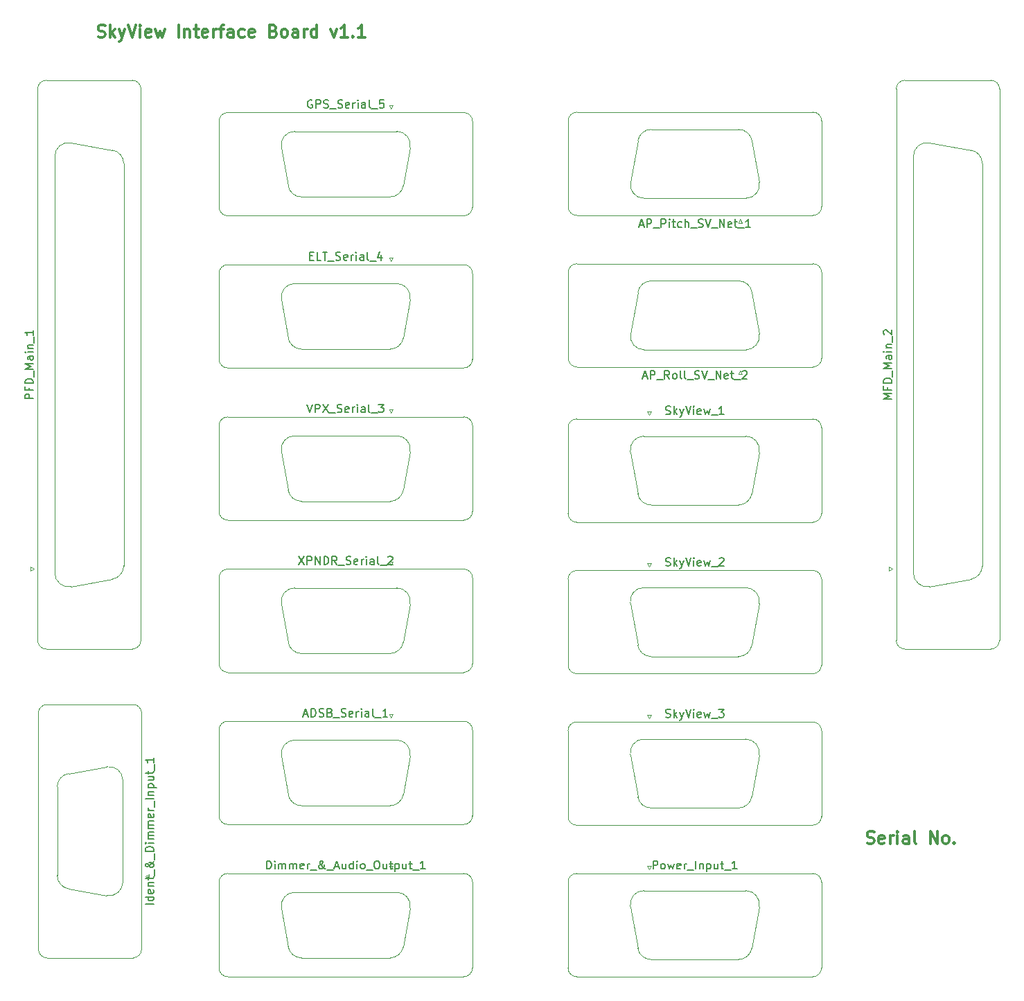
<source format=gbr>
%TF.GenerationSoftware,KiCad,Pcbnew,7.0.9*%
%TF.CreationDate,2023-12-27T22:33:40-08:00*%
%TF.ProjectId,Interconnect Board,496e7465-7263-46f6-9e6e-65637420426f,v1.1*%
%TF.SameCoordinates,Original*%
%TF.FileFunction,Legend,Top*%
%TF.FilePolarity,Positive*%
%FSLAX46Y46*%
G04 Gerber Fmt 4.6, Leading zero omitted, Abs format (unit mm)*
G04 Created by KiCad (PCBNEW 7.0.9) date 2023-12-27 22:33:40*
%MOMM*%
%LPD*%
G01*
G04 APERTURE LIST*
%ADD10C,0.300000*%
%ADD11C,0.150000*%
%ADD12C,0.120000*%
G04 APERTURE END LIST*
D10*
X208141177Y-115190549D02*
X208355463Y-115261977D01*
X208355463Y-115261977D02*
X208712605Y-115261977D01*
X208712605Y-115261977D02*
X208855463Y-115190549D01*
X208855463Y-115190549D02*
X208926891Y-115119120D01*
X208926891Y-115119120D02*
X208998320Y-114976263D01*
X208998320Y-114976263D02*
X208998320Y-114833406D01*
X208998320Y-114833406D02*
X208926891Y-114690549D01*
X208926891Y-114690549D02*
X208855463Y-114619120D01*
X208855463Y-114619120D02*
X208712605Y-114547691D01*
X208712605Y-114547691D02*
X208426891Y-114476263D01*
X208426891Y-114476263D02*
X208284034Y-114404834D01*
X208284034Y-114404834D02*
X208212605Y-114333406D01*
X208212605Y-114333406D02*
X208141177Y-114190549D01*
X208141177Y-114190549D02*
X208141177Y-114047691D01*
X208141177Y-114047691D02*
X208212605Y-113904834D01*
X208212605Y-113904834D02*
X208284034Y-113833406D01*
X208284034Y-113833406D02*
X208426891Y-113761977D01*
X208426891Y-113761977D02*
X208784034Y-113761977D01*
X208784034Y-113761977D02*
X208998320Y-113833406D01*
X210212605Y-115190549D02*
X210069748Y-115261977D01*
X210069748Y-115261977D02*
X209784034Y-115261977D01*
X209784034Y-115261977D02*
X209641176Y-115190549D01*
X209641176Y-115190549D02*
X209569748Y-115047691D01*
X209569748Y-115047691D02*
X209569748Y-114476263D01*
X209569748Y-114476263D02*
X209641176Y-114333406D01*
X209641176Y-114333406D02*
X209784034Y-114261977D01*
X209784034Y-114261977D02*
X210069748Y-114261977D01*
X210069748Y-114261977D02*
X210212605Y-114333406D01*
X210212605Y-114333406D02*
X210284034Y-114476263D01*
X210284034Y-114476263D02*
X210284034Y-114619120D01*
X210284034Y-114619120D02*
X209569748Y-114761977D01*
X210926890Y-115261977D02*
X210926890Y-114261977D01*
X210926890Y-114547691D02*
X210998319Y-114404834D01*
X210998319Y-114404834D02*
X211069748Y-114333406D01*
X211069748Y-114333406D02*
X211212605Y-114261977D01*
X211212605Y-114261977D02*
X211355462Y-114261977D01*
X211855461Y-115261977D02*
X211855461Y-114261977D01*
X211855461Y-113761977D02*
X211784033Y-113833406D01*
X211784033Y-113833406D02*
X211855461Y-113904834D01*
X211855461Y-113904834D02*
X211926890Y-113833406D01*
X211926890Y-113833406D02*
X211855461Y-113761977D01*
X211855461Y-113761977D02*
X211855461Y-113904834D01*
X213212605Y-115261977D02*
X213212605Y-114476263D01*
X213212605Y-114476263D02*
X213141176Y-114333406D01*
X213141176Y-114333406D02*
X212998319Y-114261977D01*
X212998319Y-114261977D02*
X212712605Y-114261977D01*
X212712605Y-114261977D02*
X212569747Y-114333406D01*
X213212605Y-115190549D02*
X213069747Y-115261977D01*
X213069747Y-115261977D02*
X212712605Y-115261977D01*
X212712605Y-115261977D02*
X212569747Y-115190549D01*
X212569747Y-115190549D02*
X212498319Y-115047691D01*
X212498319Y-115047691D02*
X212498319Y-114904834D01*
X212498319Y-114904834D02*
X212569747Y-114761977D01*
X212569747Y-114761977D02*
X212712605Y-114690549D01*
X212712605Y-114690549D02*
X213069747Y-114690549D01*
X213069747Y-114690549D02*
X213212605Y-114619120D01*
X214141176Y-115261977D02*
X213998319Y-115190549D01*
X213998319Y-115190549D02*
X213926890Y-115047691D01*
X213926890Y-115047691D02*
X213926890Y-113761977D01*
X215855461Y-115261977D02*
X215855461Y-113761977D01*
X215855461Y-113761977D02*
X216712604Y-115261977D01*
X216712604Y-115261977D02*
X216712604Y-113761977D01*
X217641176Y-115261977D02*
X217498319Y-115190549D01*
X217498319Y-115190549D02*
X217426890Y-115119120D01*
X217426890Y-115119120D02*
X217355462Y-114976263D01*
X217355462Y-114976263D02*
X217355462Y-114547691D01*
X217355462Y-114547691D02*
X217426890Y-114404834D01*
X217426890Y-114404834D02*
X217498319Y-114333406D01*
X217498319Y-114333406D02*
X217641176Y-114261977D01*
X217641176Y-114261977D02*
X217855462Y-114261977D01*
X217855462Y-114261977D02*
X217998319Y-114333406D01*
X217998319Y-114333406D02*
X218069748Y-114404834D01*
X218069748Y-114404834D02*
X218141176Y-114547691D01*
X218141176Y-114547691D02*
X218141176Y-114976263D01*
X218141176Y-114976263D02*
X218069748Y-115119120D01*
X218069748Y-115119120D02*
X217998319Y-115190549D01*
X217998319Y-115190549D02*
X217855462Y-115261977D01*
X217855462Y-115261977D02*
X217641176Y-115261977D01*
X218784033Y-115119120D02*
X218855462Y-115190549D01*
X218855462Y-115190549D02*
X218784033Y-115261977D01*
X218784033Y-115261977D02*
X218712605Y-115190549D01*
X218712605Y-115190549D02*
X218784033Y-115119120D01*
X218784033Y-115119120D02*
X218784033Y-115261977D01*
X114161177Y-16638549D02*
X114375463Y-16709977D01*
X114375463Y-16709977D02*
X114732605Y-16709977D01*
X114732605Y-16709977D02*
X114875463Y-16638549D01*
X114875463Y-16638549D02*
X114946891Y-16567120D01*
X114946891Y-16567120D02*
X115018320Y-16424263D01*
X115018320Y-16424263D02*
X115018320Y-16281406D01*
X115018320Y-16281406D02*
X114946891Y-16138549D01*
X114946891Y-16138549D02*
X114875463Y-16067120D01*
X114875463Y-16067120D02*
X114732605Y-15995691D01*
X114732605Y-15995691D02*
X114446891Y-15924263D01*
X114446891Y-15924263D02*
X114304034Y-15852834D01*
X114304034Y-15852834D02*
X114232605Y-15781406D01*
X114232605Y-15781406D02*
X114161177Y-15638549D01*
X114161177Y-15638549D02*
X114161177Y-15495691D01*
X114161177Y-15495691D02*
X114232605Y-15352834D01*
X114232605Y-15352834D02*
X114304034Y-15281406D01*
X114304034Y-15281406D02*
X114446891Y-15209977D01*
X114446891Y-15209977D02*
X114804034Y-15209977D01*
X114804034Y-15209977D02*
X115018320Y-15281406D01*
X115661176Y-16709977D02*
X115661176Y-15209977D01*
X115804034Y-16138549D02*
X116232605Y-16709977D01*
X116232605Y-15709977D02*
X115661176Y-16281406D01*
X116732605Y-15709977D02*
X117089748Y-16709977D01*
X117446891Y-15709977D02*
X117089748Y-16709977D01*
X117089748Y-16709977D02*
X116946891Y-17067120D01*
X116946891Y-17067120D02*
X116875462Y-17138549D01*
X116875462Y-17138549D02*
X116732605Y-17209977D01*
X117804034Y-15209977D02*
X118304034Y-16709977D01*
X118304034Y-16709977D02*
X118804034Y-15209977D01*
X119304033Y-16709977D02*
X119304033Y-15709977D01*
X119304033Y-15209977D02*
X119232605Y-15281406D01*
X119232605Y-15281406D02*
X119304033Y-15352834D01*
X119304033Y-15352834D02*
X119375462Y-15281406D01*
X119375462Y-15281406D02*
X119304033Y-15209977D01*
X119304033Y-15209977D02*
X119304033Y-15352834D01*
X120589748Y-16638549D02*
X120446891Y-16709977D01*
X120446891Y-16709977D02*
X120161177Y-16709977D01*
X120161177Y-16709977D02*
X120018319Y-16638549D01*
X120018319Y-16638549D02*
X119946891Y-16495691D01*
X119946891Y-16495691D02*
X119946891Y-15924263D01*
X119946891Y-15924263D02*
X120018319Y-15781406D01*
X120018319Y-15781406D02*
X120161177Y-15709977D01*
X120161177Y-15709977D02*
X120446891Y-15709977D01*
X120446891Y-15709977D02*
X120589748Y-15781406D01*
X120589748Y-15781406D02*
X120661177Y-15924263D01*
X120661177Y-15924263D02*
X120661177Y-16067120D01*
X120661177Y-16067120D02*
X119946891Y-16209977D01*
X121161176Y-15709977D02*
X121446891Y-16709977D01*
X121446891Y-16709977D02*
X121732605Y-15995691D01*
X121732605Y-15995691D02*
X122018319Y-16709977D01*
X122018319Y-16709977D02*
X122304033Y-15709977D01*
X124018319Y-16709977D02*
X124018319Y-15209977D01*
X124732605Y-15709977D02*
X124732605Y-16709977D01*
X124732605Y-15852834D02*
X124804034Y-15781406D01*
X124804034Y-15781406D02*
X124946891Y-15709977D01*
X124946891Y-15709977D02*
X125161177Y-15709977D01*
X125161177Y-15709977D02*
X125304034Y-15781406D01*
X125304034Y-15781406D02*
X125375463Y-15924263D01*
X125375463Y-15924263D02*
X125375463Y-16709977D01*
X125875463Y-15709977D02*
X126446891Y-15709977D01*
X126089748Y-15209977D02*
X126089748Y-16495691D01*
X126089748Y-16495691D02*
X126161177Y-16638549D01*
X126161177Y-16638549D02*
X126304034Y-16709977D01*
X126304034Y-16709977D02*
X126446891Y-16709977D01*
X127518320Y-16638549D02*
X127375463Y-16709977D01*
X127375463Y-16709977D02*
X127089749Y-16709977D01*
X127089749Y-16709977D02*
X126946891Y-16638549D01*
X126946891Y-16638549D02*
X126875463Y-16495691D01*
X126875463Y-16495691D02*
X126875463Y-15924263D01*
X126875463Y-15924263D02*
X126946891Y-15781406D01*
X126946891Y-15781406D02*
X127089749Y-15709977D01*
X127089749Y-15709977D02*
X127375463Y-15709977D01*
X127375463Y-15709977D02*
X127518320Y-15781406D01*
X127518320Y-15781406D02*
X127589749Y-15924263D01*
X127589749Y-15924263D02*
X127589749Y-16067120D01*
X127589749Y-16067120D02*
X126875463Y-16209977D01*
X128232605Y-16709977D02*
X128232605Y-15709977D01*
X128232605Y-15995691D02*
X128304034Y-15852834D01*
X128304034Y-15852834D02*
X128375463Y-15781406D01*
X128375463Y-15781406D02*
X128518320Y-15709977D01*
X128518320Y-15709977D02*
X128661177Y-15709977D01*
X128946891Y-15709977D02*
X129518319Y-15709977D01*
X129161176Y-16709977D02*
X129161176Y-15424263D01*
X129161176Y-15424263D02*
X129232605Y-15281406D01*
X129232605Y-15281406D02*
X129375462Y-15209977D01*
X129375462Y-15209977D02*
X129518319Y-15209977D01*
X130661177Y-16709977D02*
X130661177Y-15924263D01*
X130661177Y-15924263D02*
X130589748Y-15781406D01*
X130589748Y-15781406D02*
X130446891Y-15709977D01*
X130446891Y-15709977D02*
X130161177Y-15709977D01*
X130161177Y-15709977D02*
X130018319Y-15781406D01*
X130661177Y-16638549D02*
X130518319Y-16709977D01*
X130518319Y-16709977D02*
X130161177Y-16709977D01*
X130161177Y-16709977D02*
X130018319Y-16638549D01*
X130018319Y-16638549D02*
X129946891Y-16495691D01*
X129946891Y-16495691D02*
X129946891Y-16352834D01*
X129946891Y-16352834D02*
X130018319Y-16209977D01*
X130018319Y-16209977D02*
X130161177Y-16138549D01*
X130161177Y-16138549D02*
X130518319Y-16138549D01*
X130518319Y-16138549D02*
X130661177Y-16067120D01*
X132018320Y-16638549D02*
X131875462Y-16709977D01*
X131875462Y-16709977D02*
X131589748Y-16709977D01*
X131589748Y-16709977D02*
X131446891Y-16638549D01*
X131446891Y-16638549D02*
X131375462Y-16567120D01*
X131375462Y-16567120D02*
X131304034Y-16424263D01*
X131304034Y-16424263D02*
X131304034Y-15995691D01*
X131304034Y-15995691D02*
X131375462Y-15852834D01*
X131375462Y-15852834D02*
X131446891Y-15781406D01*
X131446891Y-15781406D02*
X131589748Y-15709977D01*
X131589748Y-15709977D02*
X131875462Y-15709977D01*
X131875462Y-15709977D02*
X132018320Y-15781406D01*
X133232605Y-16638549D02*
X133089748Y-16709977D01*
X133089748Y-16709977D02*
X132804034Y-16709977D01*
X132804034Y-16709977D02*
X132661176Y-16638549D01*
X132661176Y-16638549D02*
X132589748Y-16495691D01*
X132589748Y-16495691D02*
X132589748Y-15924263D01*
X132589748Y-15924263D02*
X132661176Y-15781406D01*
X132661176Y-15781406D02*
X132804034Y-15709977D01*
X132804034Y-15709977D02*
X133089748Y-15709977D01*
X133089748Y-15709977D02*
X133232605Y-15781406D01*
X133232605Y-15781406D02*
X133304034Y-15924263D01*
X133304034Y-15924263D02*
X133304034Y-16067120D01*
X133304034Y-16067120D02*
X132589748Y-16209977D01*
X135589747Y-15924263D02*
X135804033Y-15995691D01*
X135804033Y-15995691D02*
X135875462Y-16067120D01*
X135875462Y-16067120D02*
X135946890Y-16209977D01*
X135946890Y-16209977D02*
X135946890Y-16424263D01*
X135946890Y-16424263D02*
X135875462Y-16567120D01*
X135875462Y-16567120D02*
X135804033Y-16638549D01*
X135804033Y-16638549D02*
X135661176Y-16709977D01*
X135661176Y-16709977D02*
X135089747Y-16709977D01*
X135089747Y-16709977D02*
X135089747Y-15209977D01*
X135089747Y-15209977D02*
X135589747Y-15209977D01*
X135589747Y-15209977D02*
X135732605Y-15281406D01*
X135732605Y-15281406D02*
X135804033Y-15352834D01*
X135804033Y-15352834D02*
X135875462Y-15495691D01*
X135875462Y-15495691D02*
X135875462Y-15638549D01*
X135875462Y-15638549D02*
X135804033Y-15781406D01*
X135804033Y-15781406D02*
X135732605Y-15852834D01*
X135732605Y-15852834D02*
X135589747Y-15924263D01*
X135589747Y-15924263D02*
X135089747Y-15924263D01*
X136804033Y-16709977D02*
X136661176Y-16638549D01*
X136661176Y-16638549D02*
X136589747Y-16567120D01*
X136589747Y-16567120D02*
X136518319Y-16424263D01*
X136518319Y-16424263D02*
X136518319Y-15995691D01*
X136518319Y-15995691D02*
X136589747Y-15852834D01*
X136589747Y-15852834D02*
X136661176Y-15781406D01*
X136661176Y-15781406D02*
X136804033Y-15709977D01*
X136804033Y-15709977D02*
X137018319Y-15709977D01*
X137018319Y-15709977D02*
X137161176Y-15781406D01*
X137161176Y-15781406D02*
X137232605Y-15852834D01*
X137232605Y-15852834D02*
X137304033Y-15995691D01*
X137304033Y-15995691D02*
X137304033Y-16424263D01*
X137304033Y-16424263D02*
X137232605Y-16567120D01*
X137232605Y-16567120D02*
X137161176Y-16638549D01*
X137161176Y-16638549D02*
X137018319Y-16709977D01*
X137018319Y-16709977D02*
X136804033Y-16709977D01*
X138589748Y-16709977D02*
X138589748Y-15924263D01*
X138589748Y-15924263D02*
X138518319Y-15781406D01*
X138518319Y-15781406D02*
X138375462Y-15709977D01*
X138375462Y-15709977D02*
X138089748Y-15709977D01*
X138089748Y-15709977D02*
X137946890Y-15781406D01*
X138589748Y-16638549D02*
X138446890Y-16709977D01*
X138446890Y-16709977D02*
X138089748Y-16709977D01*
X138089748Y-16709977D02*
X137946890Y-16638549D01*
X137946890Y-16638549D02*
X137875462Y-16495691D01*
X137875462Y-16495691D02*
X137875462Y-16352834D01*
X137875462Y-16352834D02*
X137946890Y-16209977D01*
X137946890Y-16209977D02*
X138089748Y-16138549D01*
X138089748Y-16138549D02*
X138446890Y-16138549D01*
X138446890Y-16138549D02*
X138589748Y-16067120D01*
X139304033Y-16709977D02*
X139304033Y-15709977D01*
X139304033Y-15995691D02*
X139375462Y-15852834D01*
X139375462Y-15852834D02*
X139446891Y-15781406D01*
X139446891Y-15781406D02*
X139589748Y-15709977D01*
X139589748Y-15709977D02*
X139732605Y-15709977D01*
X140875462Y-16709977D02*
X140875462Y-15209977D01*
X140875462Y-16638549D02*
X140732604Y-16709977D01*
X140732604Y-16709977D02*
X140446890Y-16709977D01*
X140446890Y-16709977D02*
X140304033Y-16638549D01*
X140304033Y-16638549D02*
X140232604Y-16567120D01*
X140232604Y-16567120D02*
X140161176Y-16424263D01*
X140161176Y-16424263D02*
X140161176Y-15995691D01*
X140161176Y-15995691D02*
X140232604Y-15852834D01*
X140232604Y-15852834D02*
X140304033Y-15781406D01*
X140304033Y-15781406D02*
X140446890Y-15709977D01*
X140446890Y-15709977D02*
X140732604Y-15709977D01*
X140732604Y-15709977D02*
X140875462Y-15781406D01*
X142589747Y-15709977D02*
X142946890Y-16709977D01*
X142946890Y-16709977D02*
X143304033Y-15709977D01*
X144661176Y-16709977D02*
X143804033Y-16709977D01*
X144232604Y-16709977D02*
X144232604Y-15209977D01*
X144232604Y-15209977D02*
X144089747Y-15424263D01*
X144089747Y-15424263D02*
X143946890Y-15567120D01*
X143946890Y-15567120D02*
X143804033Y-15638549D01*
X145304032Y-16567120D02*
X145375461Y-16638549D01*
X145375461Y-16638549D02*
X145304032Y-16709977D01*
X145304032Y-16709977D02*
X145232604Y-16638549D01*
X145232604Y-16638549D02*
X145304032Y-16567120D01*
X145304032Y-16567120D02*
X145304032Y-16709977D01*
X146804033Y-16709977D02*
X145946890Y-16709977D01*
X146375461Y-16709977D02*
X146375461Y-15209977D01*
X146375461Y-15209977D02*
X146232604Y-15424263D01*
X146232604Y-15424263D02*
X146089747Y-15567120D01*
X146089747Y-15567120D02*
X145946890Y-15638549D01*
D11*
X183526481Y-62762000D02*
X183669338Y-62809619D01*
X183669338Y-62809619D02*
X183907433Y-62809619D01*
X183907433Y-62809619D02*
X184002671Y-62762000D01*
X184002671Y-62762000D02*
X184050290Y-62714380D01*
X184050290Y-62714380D02*
X184097909Y-62619142D01*
X184097909Y-62619142D02*
X184097909Y-62523904D01*
X184097909Y-62523904D02*
X184050290Y-62428666D01*
X184050290Y-62428666D02*
X184002671Y-62381047D01*
X184002671Y-62381047D02*
X183907433Y-62333428D01*
X183907433Y-62333428D02*
X183716957Y-62285809D01*
X183716957Y-62285809D02*
X183621719Y-62238190D01*
X183621719Y-62238190D02*
X183574100Y-62190571D01*
X183574100Y-62190571D02*
X183526481Y-62095333D01*
X183526481Y-62095333D02*
X183526481Y-62000095D01*
X183526481Y-62000095D02*
X183574100Y-61904857D01*
X183574100Y-61904857D02*
X183621719Y-61857238D01*
X183621719Y-61857238D02*
X183716957Y-61809619D01*
X183716957Y-61809619D02*
X183955052Y-61809619D01*
X183955052Y-61809619D02*
X184097909Y-61857238D01*
X184526481Y-62809619D02*
X184526481Y-61809619D01*
X184621719Y-62428666D02*
X184907433Y-62809619D01*
X184907433Y-62142952D02*
X184526481Y-62523904D01*
X185240767Y-62142952D02*
X185478862Y-62809619D01*
X185716957Y-62142952D02*
X185478862Y-62809619D01*
X185478862Y-62809619D02*
X185383624Y-63047714D01*
X185383624Y-63047714D02*
X185336005Y-63095333D01*
X185336005Y-63095333D02*
X185240767Y-63142952D01*
X185955053Y-61809619D02*
X186288386Y-62809619D01*
X186288386Y-62809619D02*
X186621719Y-61809619D01*
X186955053Y-62809619D02*
X186955053Y-62142952D01*
X186955053Y-61809619D02*
X186907434Y-61857238D01*
X186907434Y-61857238D02*
X186955053Y-61904857D01*
X186955053Y-61904857D02*
X187002672Y-61857238D01*
X187002672Y-61857238D02*
X186955053Y-61809619D01*
X186955053Y-61809619D02*
X186955053Y-61904857D01*
X187812195Y-62762000D02*
X187716957Y-62809619D01*
X187716957Y-62809619D02*
X187526481Y-62809619D01*
X187526481Y-62809619D02*
X187431243Y-62762000D01*
X187431243Y-62762000D02*
X187383624Y-62666761D01*
X187383624Y-62666761D02*
X187383624Y-62285809D01*
X187383624Y-62285809D02*
X187431243Y-62190571D01*
X187431243Y-62190571D02*
X187526481Y-62142952D01*
X187526481Y-62142952D02*
X187716957Y-62142952D01*
X187716957Y-62142952D02*
X187812195Y-62190571D01*
X187812195Y-62190571D02*
X187859814Y-62285809D01*
X187859814Y-62285809D02*
X187859814Y-62381047D01*
X187859814Y-62381047D02*
X187383624Y-62476285D01*
X188193148Y-62142952D02*
X188383624Y-62809619D01*
X188383624Y-62809619D02*
X188574100Y-62333428D01*
X188574100Y-62333428D02*
X188764576Y-62809619D01*
X188764576Y-62809619D02*
X188955052Y-62142952D01*
X189097910Y-62904857D02*
X189859814Y-62904857D01*
X190621719Y-62809619D02*
X190050291Y-62809619D01*
X190336005Y-62809619D02*
X190336005Y-61809619D01*
X190336005Y-61809619D02*
X190240767Y-61952476D01*
X190240767Y-61952476D02*
X190145529Y-62047714D01*
X190145529Y-62047714D02*
X190050291Y-62095333D01*
X120934919Y-122665671D02*
X119934919Y-122665671D01*
X120934919Y-121760910D02*
X119934919Y-121760910D01*
X120887300Y-121760910D02*
X120934919Y-121856148D01*
X120934919Y-121856148D02*
X120934919Y-122046624D01*
X120934919Y-122046624D02*
X120887300Y-122141862D01*
X120887300Y-122141862D02*
X120839680Y-122189481D01*
X120839680Y-122189481D02*
X120744442Y-122237100D01*
X120744442Y-122237100D02*
X120458728Y-122237100D01*
X120458728Y-122237100D02*
X120363490Y-122189481D01*
X120363490Y-122189481D02*
X120315871Y-122141862D01*
X120315871Y-122141862D02*
X120268252Y-122046624D01*
X120268252Y-122046624D02*
X120268252Y-121856148D01*
X120268252Y-121856148D02*
X120315871Y-121760910D01*
X120887300Y-120903767D02*
X120934919Y-120999005D01*
X120934919Y-120999005D02*
X120934919Y-121189481D01*
X120934919Y-121189481D02*
X120887300Y-121284719D01*
X120887300Y-121284719D02*
X120792061Y-121332338D01*
X120792061Y-121332338D02*
X120411109Y-121332338D01*
X120411109Y-121332338D02*
X120315871Y-121284719D01*
X120315871Y-121284719D02*
X120268252Y-121189481D01*
X120268252Y-121189481D02*
X120268252Y-120999005D01*
X120268252Y-120999005D02*
X120315871Y-120903767D01*
X120315871Y-120903767D02*
X120411109Y-120856148D01*
X120411109Y-120856148D02*
X120506347Y-120856148D01*
X120506347Y-120856148D02*
X120601585Y-121332338D01*
X120268252Y-120427576D02*
X120934919Y-120427576D01*
X120363490Y-120427576D02*
X120315871Y-120379957D01*
X120315871Y-120379957D02*
X120268252Y-120284719D01*
X120268252Y-120284719D02*
X120268252Y-120141862D01*
X120268252Y-120141862D02*
X120315871Y-120046624D01*
X120315871Y-120046624D02*
X120411109Y-119999005D01*
X120411109Y-119999005D02*
X120934919Y-119999005D01*
X120268252Y-119665671D02*
X120268252Y-119284719D01*
X119934919Y-119522814D02*
X120792061Y-119522814D01*
X120792061Y-119522814D02*
X120887300Y-119475195D01*
X120887300Y-119475195D02*
X120934919Y-119379957D01*
X120934919Y-119379957D02*
X120934919Y-119284719D01*
X121030157Y-119189481D02*
X121030157Y-118427576D01*
X120934919Y-117379956D02*
X120934919Y-117427576D01*
X120934919Y-117427576D02*
X120887300Y-117522814D01*
X120887300Y-117522814D02*
X120744442Y-117665671D01*
X120744442Y-117665671D02*
X120458728Y-117903766D01*
X120458728Y-117903766D02*
X120315871Y-117999004D01*
X120315871Y-117999004D02*
X120173014Y-118046623D01*
X120173014Y-118046623D02*
X120077776Y-118046623D01*
X120077776Y-118046623D02*
X119982538Y-117999004D01*
X119982538Y-117999004D02*
X119934919Y-117903766D01*
X119934919Y-117903766D02*
X119934919Y-117856147D01*
X119934919Y-117856147D02*
X119982538Y-117760909D01*
X119982538Y-117760909D02*
X120077776Y-117713290D01*
X120077776Y-117713290D02*
X120125395Y-117713290D01*
X120125395Y-117713290D02*
X120220633Y-117760909D01*
X120220633Y-117760909D02*
X120268252Y-117808528D01*
X120268252Y-117808528D02*
X120458728Y-118094242D01*
X120458728Y-118094242D02*
X120506347Y-118141861D01*
X120506347Y-118141861D02*
X120601585Y-118189480D01*
X120601585Y-118189480D02*
X120744442Y-118189480D01*
X120744442Y-118189480D02*
X120839680Y-118141861D01*
X120839680Y-118141861D02*
X120887300Y-118094242D01*
X120887300Y-118094242D02*
X120934919Y-117999004D01*
X120934919Y-117999004D02*
X120934919Y-117856147D01*
X120934919Y-117856147D02*
X120887300Y-117760909D01*
X120887300Y-117760909D02*
X120839680Y-117713290D01*
X120839680Y-117713290D02*
X120649204Y-117570433D01*
X120649204Y-117570433D02*
X120506347Y-117522814D01*
X120506347Y-117522814D02*
X120411109Y-117522814D01*
X121030157Y-117189481D02*
X121030157Y-116427576D01*
X120934919Y-116189480D02*
X119934919Y-116189480D01*
X119934919Y-116189480D02*
X119934919Y-115951385D01*
X119934919Y-115951385D02*
X119982538Y-115808528D01*
X119982538Y-115808528D02*
X120077776Y-115713290D01*
X120077776Y-115713290D02*
X120173014Y-115665671D01*
X120173014Y-115665671D02*
X120363490Y-115618052D01*
X120363490Y-115618052D02*
X120506347Y-115618052D01*
X120506347Y-115618052D02*
X120696823Y-115665671D01*
X120696823Y-115665671D02*
X120792061Y-115713290D01*
X120792061Y-115713290D02*
X120887300Y-115808528D01*
X120887300Y-115808528D02*
X120934919Y-115951385D01*
X120934919Y-115951385D02*
X120934919Y-116189480D01*
X120934919Y-115189480D02*
X120268252Y-115189480D01*
X119934919Y-115189480D02*
X119982538Y-115237099D01*
X119982538Y-115237099D02*
X120030157Y-115189480D01*
X120030157Y-115189480D02*
X119982538Y-115141861D01*
X119982538Y-115141861D02*
X119934919Y-115189480D01*
X119934919Y-115189480D02*
X120030157Y-115189480D01*
X120934919Y-114713290D02*
X120268252Y-114713290D01*
X120363490Y-114713290D02*
X120315871Y-114665671D01*
X120315871Y-114665671D02*
X120268252Y-114570433D01*
X120268252Y-114570433D02*
X120268252Y-114427576D01*
X120268252Y-114427576D02*
X120315871Y-114332338D01*
X120315871Y-114332338D02*
X120411109Y-114284719D01*
X120411109Y-114284719D02*
X120934919Y-114284719D01*
X120411109Y-114284719D02*
X120315871Y-114237100D01*
X120315871Y-114237100D02*
X120268252Y-114141862D01*
X120268252Y-114141862D02*
X120268252Y-113999005D01*
X120268252Y-113999005D02*
X120315871Y-113903766D01*
X120315871Y-113903766D02*
X120411109Y-113856147D01*
X120411109Y-113856147D02*
X120934919Y-113856147D01*
X120934919Y-113379957D02*
X120268252Y-113379957D01*
X120363490Y-113379957D02*
X120315871Y-113332338D01*
X120315871Y-113332338D02*
X120268252Y-113237100D01*
X120268252Y-113237100D02*
X120268252Y-113094243D01*
X120268252Y-113094243D02*
X120315871Y-112999005D01*
X120315871Y-112999005D02*
X120411109Y-112951386D01*
X120411109Y-112951386D02*
X120934919Y-112951386D01*
X120411109Y-112951386D02*
X120315871Y-112903767D01*
X120315871Y-112903767D02*
X120268252Y-112808529D01*
X120268252Y-112808529D02*
X120268252Y-112665672D01*
X120268252Y-112665672D02*
X120315871Y-112570433D01*
X120315871Y-112570433D02*
X120411109Y-112522814D01*
X120411109Y-112522814D02*
X120934919Y-112522814D01*
X120887300Y-111665672D02*
X120934919Y-111760910D01*
X120934919Y-111760910D02*
X120934919Y-111951386D01*
X120934919Y-111951386D02*
X120887300Y-112046624D01*
X120887300Y-112046624D02*
X120792061Y-112094243D01*
X120792061Y-112094243D02*
X120411109Y-112094243D01*
X120411109Y-112094243D02*
X120315871Y-112046624D01*
X120315871Y-112046624D02*
X120268252Y-111951386D01*
X120268252Y-111951386D02*
X120268252Y-111760910D01*
X120268252Y-111760910D02*
X120315871Y-111665672D01*
X120315871Y-111665672D02*
X120411109Y-111618053D01*
X120411109Y-111618053D02*
X120506347Y-111618053D01*
X120506347Y-111618053D02*
X120601585Y-112094243D01*
X120934919Y-111189481D02*
X120268252Y-111189481D01*
X120458728Y-111189481D02*
X120363490Y-111141862D01*
X120363490Y-111141862D02*
X120315871Y-111094243D01*
X120315871Y-111094243D02*
X120268252Y-110999005D01*
X120268252Y-110999005D02*
X120268252Y-110903767D01*
X121030157Y-110808529D02*
X121030157Y-110046624D01*
X120934919Y-109808528D02*
X119934919Y-109808528D01*
X120268252Y-109332338D02*
X120934919Y-109332338D01*
X120363490Y-109332338D02*
X120315871Y-109284719D01*
X120315871Y-109284719D02*
X120268252Y-109189481D01*
X120268252Y-109189481D02*
X120268252Y-109046624D01*
X120268252Y-109046624D02*
X120315871Y-108951386D01*
X120315871Y-108951386D02*
X120411109Y-108903767D01*
X120411109Y-108903767D02*
X120934919Y-108903767D01*
X120268252Y-108427576D02*
X121268252Y-108427576D01*
X120315871Y-108427576D02*
X120268252Y-108332338D01*
X120268252Y-108332338D02*
X120268252Y-108141862D01*
X120268252Y-108141862D02*
X120315871Y-108046624D01*
X120315871Y-108046624D02*
X120363490Y-107999005D01*
X120363490Y-107999005D02*
X120458728Y-107951386D01*
X120458728Y-107951386D02*
X120744442Y-107951386D01*
X120744442Y-107951386D02*
X120839680Y-107999005D01*
X120839680Y-107999005D02*
X120887300Y-108046624D01*
X120887300Y-108046624D02*
X120934919Y-108141862D01*
X120934919Y-108141862D02*
X120934919Y-108332338D01*
X120934919Y-108332338D02*
X120887300Y-108427576D01*
X120268252Y-107094243D02*
X120934919Y-107094243D01*
X120268252Y-107522814D02*
X120792061Y-107522814D01*
X120792061Y-107522814D02*
X120887300Y-107475195D01*
X120887300Y-107475195D02*
X120934919Y-107379957D01*
X120934919Y-107379957D02*
X120934919Y-107237100D01*
X120934919Y-107237100D02*
X120887300Y-107141862D01*
X120887300Y-107141862D02*
X120839680Y-107094243D01*
X120268252Y-106760909D02*
X120268252Y-106379957D01*
X119934919Y-106618052D02*
X120792061Y-106618052D01*
X120792061Y-106618052D02*
X120887300Y-106570433D01*
X120887300Y-106570433D02*
X120934919Y-106475195D01*
X120934919Y-106475195D02*
X120934919Y-106379957D01*
X121030157Y-106284719D02*
X121030157Y-105522814D01*
X120934919Y-104760909D02*
X120934919Y-105332337D01*
X120934919Y-105046623D02*
X119934919Y-105046623D01*
X119934919Y-105046623D02*
X120077776Y-105141861D01*
X120077776Y-105141861D02*
X120173014Y-105237099D01*
X120173014Y-105237099D02*
X120220633Y-105332337D01*
X140303051Y-24405138D02*
X140207813Y-24357519D01*
X140207813Y-24357519D02*
X140064956Y-24357519D01*
X140064956Y-24357519D02*
X139922099Y-24405138D01*
X139922099Y-24405138D02*
X139826861Y-24500376D01*
X139826861Y-24500376D02*
X139779242Y-24595614D01*
X139779242Y-24595614D02*
X139731623Y-24786090D01*
X139731623Y-24786090D02*
X139731623Y-24928947D01*
X139731623Y-24928947D02*
X139779242Y-25119423D01*
X139779242Y-25119423D02*
X139826861Y-25214661D01*
X139826861Y-25214661D02*
X139922099Y-25309900D01*
X139922099Y-25309900D02*
X140064956Y-25357519D01*
X140064956Y-25357519D02*
X140160194Y-25357519D01*
X140160194Y-25357519D02*
X140303051Y-25309900D01*
X140303051Y-25309900D02*
X140350670Y-25262280D01*
X140350670Y-25262280D02*
X140350670Y-24928947D01*
X140350670Y-24928947D02*
X140160194Y-24928947D01*
X140779242Y-25357519D02*
X140779242Y-24357519D01*
X140779242Y-24357519D02*
X141160194Y-24357519D01*
X141160194Y-24357519D02*
X141255432Y-24405138D01*
X141255432Y-24405138D02*
X141303051Y-24452757D01*
X141303051Y-24452757D02*
X141350670Y-24547995D01*
X141350670Y-24547995D02*
X141350670Y-24690852D01*
X141350670Y-24690852D02*
X141303051Y-24786090D01*
X141303051Y-24786090D02*
X141255432Y-24833709D01*
X141255432Y-24833709D02*
X141160194Y-24881328D01*
X141160194Y-24881328D02*
X140779242Y-24881328D01*
X141731623Y-25309900D02*
X141874480Y-25357519D01*
X141874480Y-25357519D02*
X142112575Y-25357519D01*
X142112575Y-25357519D02*
X142207813Y-25309900D01*
X142207813Y-25309900D02*
X142255432Y-25262280D01*
X142255432Y-25262280D02*
X142303051Y-25167042D01*
X142303051Y-25167042D02*
X142303051Y-25071804D01*
X142303051Y-25071804D02*
X142255432Y-24976566D01*
X142255432Y-24976566D02*
X142207813Y-24928947D01*
X142207813Y-24928947D02*
X142112575Y-24881328D01*
X142112575Y-24881328D02*
X141922099Y-24833709D01*
X141922099Y-24833709D02*
X141826861Y-24786090D01*
X141826861Y-24786090D02*
X141779242Y-24738471D01*
X141779242Y-24738471D02*
X141731623Y-24643233D01*
X141731623Y-24643233D02*
X141731623Y-24547995D01*
X141731623Y-24547995D02*
X141779242Y-24452757D01*
X141779242Y-24452757D02*
X141826861Y-24405138D01*
X141826861Y-24405138D02*
X141922099Y-24357519D01*
X141922099Y-24357519D02*
X142160194Y-24357519D01*
X142160194Y-24357519D02*
X142303051Y-24405138D01*
X142493528Y-25452757D02*
X143255432Y-25452757D01*
X143445909Y-25309900D02*
X143588766Y-25357519D01*
X143588766Y-25357519D02*
X143826861Y-25357519D01*
X143826861Y-25357519D02*
X143922099Y-25309900D01*
X143922099Y-25309900D02*
X143969718Y-25262280D01*
X143969718Y-25262280D02*
X144017337Y-25167042D01*
X144017337Y-25167042D02*
X144017337Y-25071804D01*
X144017337Y-25071804D02*
X143969718Y-24976566D01*
X143969718Y-24976566D02*
X143922099Y-24928947D01*
X143922099Y-24928947D02*
X143826861Y-24881328D01*
X143826861Y-24881328D02*
X143636385Y-24833709D01*
X143636385Y-24833709D02*
X143541147Y-24786090D01*
X143541147Y-24786090D02*
X143493528Y-24738471D01*
X143493528Y-24738471D02*
X143445909Y-24643233D01*
X143445909Y-24643233D02*
X143445909Y-24547995D01*
X143445909Y-24547995D02*
X143493528Y-24452757D01*
X143493528Y-24452757D02*
X143541147Y-24405138D01*
X143541147Y-24405138D02*
X143636385Y-24357519D01*
X143636385Y-24357519D02*
X143874480Y-24357519D01*
X143874480Y-24357519D02*
X144017337Y-24405138D01*
X144826861Y-25309900D02*
X144731623Y-25357519D01*
X144731623Y-25357519D02*
X144541147Y-25357519D01*
X144541147Y-25357519D02*
X144445909Y-25309900D01*
X144445909Y-25309900D02*
X144398290Y-25214661D01*
X144398290Y-25214661D02*
X144398290Y-24833709D01*
X144398290Y-24833709D02*
X144445909Y-24738471D01*
X144445909Y-24738471D02*
X144541147Y-24690852D01*
X144541147Y-24690852D02*
X144731623Y-24690852D01*
X144731623Y-24690852D02*
X144826861Y-24738471D01*
X144826861Y-24738471D02*
X144874480Y-24833709D01*
X144874480Y-24833709D02*
X144874480Y-24928947D01*
X144874480Y-24928947D02*
X144398290Y-25024185D01*
X145303052Y-25357519D02*
X145303052Y-24690852D01*
X145303052Y-24881328D02*
X145350671Y-24786090D01*
X145350671Y-24786090D02*
X145398290Y-24738471D01*
X145398290Y-24738471D02*
X145493528Y-24690852D01*
X145493528Y-24690852D02*
X145588766Y-24690852D01*
X145922100Y-25357519D02*
X145922100Y-24690852D01*
X145922100Y-24357519D02*
X145874481Y-24405138D01*
X145874481Y-24405138D02*
X145922100Y-24452757D01*
X145922100Y-24452757D02*
X145969719Y-24405138D01*
X145969719Y-24405138D02*
X145922100Y-24357519D01*
X145922100Y-24357519D02*
X145922100Y-24452757D01*
X146826861Y-25357519D02*
X146826861Y-24833709D01*
X146826861Y-24833709D02*
X146779242Y-24738471D01*
X146779242Y-24738471D02*
X146684004Y-24690852D01*
X146684004Y-24690852D02*
X146493528Y-24690852D01*
X146493528Y-24690852D02*
X146398290Y-24738471D01*
X146826861Y-25309900D02*
X146731623Y-25357519D01*
X146731623Y-25357519D02*
X146493528Y-25357519D01*
X146493528Y-25357519D02*
X146398290Y-25309900D01*
X146398290Y-25309900D02*
X146350671Y-25214661D01*
X146350671Y-25214661D02*
X146350671Y-25119423D01*
X146350671Y-25119423D02*
X146398290Y-25024185D01*
X146398290Y-25024185D02*
X146493528Y-24976566D01*
X146493528Y-24976566D02*
X146731623Y-24976566D01*
X146731623Y-24976566D02*
X146826861Y-24928947D01*
X147445909Y-25357519D02*
X147350671Y-25309900D01*
X147350671Y-25309900D02*
X147303052Y-25214661D01*
X147303052Y-25214661D02*
X147303052Y-24357519D01*
X147588767Y-25452757D02*
X148350671Y-25452757D01*
X149064957Y-24357519D02*
X148588767Y-24357519D01*
X148588767Y-24357519D02*
X148541148Y-24833709D01*
X148541148Y-24833709D02*
X148588767Y-24786090D01*
X148588767Y-24786090D02*
X148684005Y-24738471D01*
X148684005Y-24738471D02*
X148922100Y-24738471D01*
X148922100Y-24738471D02*
X149017338Y-24786090D01*
X149017338Y-24786090D02*
X149064957Y-24833709D01*
X149064957Y-24833709D02*
X149112576Y-24928947D01*
X149112576Y-24928947D02*
X149112576Y-25167042D01*
X149112576Y-25167042D02*
X149064957Y-25262280D01*
X149064957Y-25262280D02*
X149017338Y-25309900D01*
X149017338Y-25309900D02*
X148922100Y-25357519D01*
X148922100Y-25357519D02*
X148684005Y-25357519D01*
X148684005Y-25357519D02*
X148588767Y-25309900D01*
X148588767Y-25309900D02*
X148541148Y-25262280D01*
X138660195Y-80157519D02*
X139326861Y-81157519D01*
X139326861Y-80157519D02*
X138660195Y-81157519D01*
X139707814Y-81157519D02*
X139707814Y-80157519D01*
X139707814Y-80157519D02*
X140088766Y-80157519D01*
X140088766Y-80157519D02*
X140184004Y-80205138D01*
X140184004Y-80205138D02*
X140231623Y-80252757D01*
X140231623Y-80252757D02*
X140279242Y-80347995D01*
X140279242Y-80347995D02*
X140279242Y-80490852D01*
X140279242Y-80490852D02*
X140231623Y-80586090D01*
X140231623Y-80586090D02*
X140184004Y-80633709D01*
X140184004Y-80633709D02*
X140088766Y-80681328D01*
X140088766Y-80681328D02*
X139707814Y-80681328D01*
X140707814Y-81157519D02*
X140707814Y-80157519D01*
X140707814Y-80157519D02*
X141279242Y-81157519D01*
X141279242Y-81157519D02*
X141279242Y-80157519D01*
X141755433Y-81157519D02*
X141755433Y-80157519D01*
X141755433Y-80157519D02*
X141993528Y-80157519D01*
X141993528Y-80157519D02*
X142136385Y-80205138D01*
X142136385Y-80205138D02*
X142231623Y-80300376D01*
X142231623Y-80300376D02*
X142279242Y-80395614D01*
X142279242Y-80395614D02*
X142326861Y-80586090D01*
X142326861Y-80586090D02*
X142326861Y-80728947D01*
X142326861Y-80728947D02*
X142279242Y-80919423D01*
X142279242Y-80919423D02*
X142231623Y-81014661D01*
X142231623Y-81014661D02*
X142136385Y-81109900D01*
X142136385Y-81109900D02*
X141993528Y-81157519D01*
X141993528Y-81157519D02*
X141755433Y-81157519D01*
X143326861Y-81157519D02*
X142993528Y-80681328D01*
X142755433Y-81157519D02*
X142755433Y-80157519D01*
X142755433Y-80157519D02*
X143136385Y-80157519D01*
X143136385Y-80157519D02*
X143231623Y-80205138D01*
X143231623Y-80205138D02*
X143279242Y-80252757D01*
X143279242Y-80252757D02*
X143326861Y-80347995D01*
X143326861Y-80347995D02*
X143326861Y-80490852D01*
X143326861Y-80490852D02*
X143279242Y-80586090D01*
X143279242Y-80586090D02*
X143231623Y-80633709D01*
X143231623Y-80633709D02*
X143136385Y-80681328D01*
X143136385Y-80681328D02*
X142755433Y-80681328D01*
X143517338Y-81252757D02*
X144279242Y-81252757D01*
X144469719Y-81109900D02*
X144612576Y-81157519D01*
X144612576Y-81157519D02*
X144850671Y-81157519D01*
X144850671Y-81157519D02*
X144945909Y-81109900D01*
X144945909Y-81109900D02*
X144993528Y-81062280D01*
X144993528Y-81062280D02*
X145041147Y-80967042D01*
X145041147Y-80967042D02*
X145041147Y-80871804D01*
X145041147Y-80871804D02*
X144993528Y-80776566D01*
X144993528Y-80776566D02*
X144945909Y-80728947D01*
X144945909Y-80728947D02*
X144850671Y-80681328D01*
X144850671Y-80681328D02*
X144660195Y-80633709D01*
X144660195Y-80633709D02*
X144564957Y-80586090D01*
X144564957Y-80586090D02*
X144517338Y-80538471D01*
X144517338Y-80538471D02*
X144469719Y-80443233D01*
X144469719Y-80443233D02*
X144469719Y-80347995D01*
X144469719Y-80347995D02*
X144517338Y-80252757D01*
X144517338Y-80252757D02*
X144564957Y-80205138D01*
X144564957Y-80205138D02*
X144660195Y-80157519D01*
X144660195Y-80157519D02*
X144898290Y-80157519D01*
X144898290Y-80157519D02*
X145041147Y-80205138D01*
X145850671Y-81109900D02*
X145755433Y-81157519D01*
X145755433Y-81157519D02*
X145564957Y-81157519D01*
X145564957Y-81157519D02*
X145469719Y-81109900D01*
X145469719Y-81109900D02*
X145422100Y-81014661D01*
X145422100Y-81014661D02*
X145422100Y-80633709D01*
X145422100Y-80633709D02*
X145469719Y-80538471D01*
X145469719Y-80538471D02*
X145564957Y-80490852D01*
X145564957Y-80490852D02*
X145755433Y-80490852D01*
X145755433Y-80490852D02*
X145850671Y-80538471D01*
X145850671Y-80538471D02*
X145898290Y-80633709D01*
X145898290Y-80633709D02*
X145898290Y-80728947D01*
X145898290Y-80728947D02*
X145422100Y-80824185D01*
X146326862Y-81157519D02*
X146326862Y-80490852D01*
X146326862Y-80681328D02*
X146374481Y-80586090D01*
X146374481Y-80586090D02*
X146422100Y-80538471D01*
X146422100Y-80538471D02*
X146517338Y-80490852D01*
X146517338Y-80490852D02*
X146612576Y-80490852D01*
X146945910Y-81157519D02*
X146945910Y-80490852D01*
X146945910Y-80157519D02*
X146898291Y-80205138D01*
X146898291Y-80205138D02*
X146945910Y-80252757D01*
X146945910Y-80252757D02*
X146993529Y-80205138D01*
X146993529Y-80205138D02*
X146945910Y-80157519D01*
X146945910Y-80157519D02*
X146945910Y-80252757D01*
X147850671Y-81157519D02*
X147850671Y-80633709D01*
X147850671Y-80633709D02*
X147803052Y-80538471D01*
X147803052Y-80538471D02*
X147707814Y-80490852D01*
X147707814Y-80490852D02*
X147517338Y-80490852D01*
X147517338Y-80490852D02*
X147422100Y-80538471D01*
X147850671Y-81109900D02*
X147755433Y-81157519D01*
X147755433Y-81157519D02*
X147517338Y-81157519D01*
X147517338Y-81157519D02*
X147422100Y-81109900D01*
X147422100Y-81109900D02*
X147374481Y-81014661D01*
X147374481Y-81014661D02*
X147374481Y-80919423D01*
X147374481Y-80919423D02*
X147422100Y-80824185D01*
X147422100Y-80824185D02*
X147517338Y-80776566D01*
X147517338Y-80776566D02*
X147755433Y-80776566D01*
X147755433Y-80776566D02*
X147850671Y-80728947D01*
X148469719Y-81157519D02*
X148374481Y-81109900D01*
X148374481Y-81109900D02*
X148326862Y-81014661D01*
X148326862Y-81014661D02*
X148326862Y-80157519D01*
X148612577Y-81252757D02*
X149374481Y-81252757D01*
X149564958Y-80252757D02*
X149612577Y-80205138D01*
X149612577Y-80205138D02*
X149707815Y-80157519D01*
X149707815Y-80157519D02*
X149945910Y-80157519D01*
X149945910Y-80157519D02*
X150041148Y-80205138D01*
X150041148Y-80205138D02*
X150088767Y-80252757D01*
X150088767Y-80252757D02*
X150136386Y-80347995D01*
X150136386Y-80347995D02*
X150136386Y-80443233D01*
X150136386Y-80443233D02*
X150088767Y-80586090D01*
X150088767Y-80586090D02*
X149517339Y-81157519D01*
X149517339Y-81157519D02*
X150136386Y-81157519D01*
X139707814Y-61557519D02*
X140041147Y-62557519D01*
X140041147Y-62557519D02*
X140374480Y-61557519D01*
X140707814Y-62557519D02*
X140707814Y-61557519D01*
X140707814Y-61557519D02*
X141088766Y-61557519D01*
X141088766Y-61557519D02*
X141184004Y-61605138D01*
X141184004Y-61605138D02*
X141231623Y-61652757D01*
X141231623Y-61652757D02*
X141279242Y-61747995D01*
X141279242Y-61747995D02*
X141279242Y-61890852D01*
X141279242Y-61890852D02*
X141231623Y-61986090D01*
X141231623Y-61986090D02*
X141184004Y-62033709D01*
X141184004Y-62033709D02*
X141088766Y-62081328D01*
X141088766Y-62081328D02*
X140707814Y-62081328D01*
X141612576Y-61557519D02*
X142279242Y-62557519D01*
X142279242Y-61557519D02*
X141612576Y-62557519D01*
X142422100Y-62652757D02*
X143184004Y-62652757D01*
X143374481Y-62509900D02*
X143517338Y-62557519D01*
X143517338Y-62557519D02*
X143755433Y-62557519D01*
X143755433Y-62557519D02*
X143850671Y-62509900D01*
X143850671Y-62509900D02*
X143898290Y-62462280D01*
X143898290Y-62462280D02*
X143945909Y-62367042D01*
X143945909Y-62367042D02*
X143945909Y-62271804D01*
X143945909Y-62271804D02*
X143898290Y-62176566D01*
X143898290Y-62176566D02*
X143850671Y-62128947D01*
X143850671Y-62128947D02*
X143755433Y-62081328D01*
X143755433Y-62081328D02*
X143564957Y-62033709D01*
X143564957Y-62033709D02*
X143469719Y-61986090D01*
X143469719Y-61986090D02*
X143422100Y-61938471D01*
X143422100Y-61938471D02*
X143374481Y-61843233D01*
X143374481Y-61843233D02*
X143374481Y-61747995D01*
X143374481Y-61747995D02*
X143422100Y-61652757D01*
X143422100Y-61652757D02*
X143469719Y-61605138D01*
X143469719Y-61605138D02*
X143564957Y-61557519D01*
X143564957Y-61557519D02*
X143803052Y-61557519D01*
X143803052Y-61557519D02*
X143945909Y-61605138D01*
X144755433Y-62509900D02*
X144660195Y-62557519D01*
X144660195Y-62557519D02*
X144469719Y-62557519D01*
X144469719Y-62557519D02*
X144374481Y-62509900D01*
X144374481Y-62509900D02*
X144326862Y-62414661D01*
X144326862Y-62414661D02*
X144326862Y-62033709D01*
X144326862Y-62033709D02*
X144374481Y-61938471D01*
X144374481Y-61938471D02*
X144469719Y-61890852D01*
X144469719Y-61890852D02*
X144660195Y-61890852D01*
X144660195Y-61890852D02*
X144755433Y-61938471D01*
X144755433Y-61938471D02*
X144803052Y-62033709D01*
X144803052Y-62033709D02*
X144803052Y-62128947D01*
X144803052Y-62128947D02*
X144326862Y-62224185D01*
X145231624Y-62557519D02*
X145231624Y-61890852D01*
X145231624Y-62081328D02*
X145279243Y-61986090D01*
X145279243Y-61986090D02*
X145326862Y-61938471D01*
X145326862Y-61938471D02*
X145422100Y-61890852D01*
X145422100Y-61890852D02*
X145517338Y-61890852D01*
X145850672Y-62557519D02*
X145850672Y-61890852D01*
X145850672Y-61557519D02*
X145803053Y-61605138D01*
X145803053Y-61605138D02*
X145850672Y-61652757D01*
X145850672Y-61652757D02*
X145898291Y-61605138D01*
X145898291Y-61605138D02*
X145850672Y-61557519D01*
X145850672Y-61557519D02*
X145850672Y-61652757D01*
X146755433Y-62557519D02*
X146755433Y-62033709D01*
X146755433Y-62033709D02*
X146707814Y-61938471D01*
X146707814Y-61938471D02*
X146612576Y-61890852D01*
X146612576Y-61890852D02*
X146422100Y-61890852D01*
X146422100Y-61890852D02*
X146326862Y-61938471D01*
X146755433Y-62509900D02*
X146660195Y-62557519D01*
X146660195Y-62557519D02*
X146422100Y-62557519D01*
X146422100Y-62557519D02*
X146326862Y-62509900D01*
X146326862Y-62509900D02*
X146279243Y-62414661D01*
X146279243Y-62414661D02*
X146279243Y-62319423D01*
X146279243Y-62319423D02*
X146326862Y-62224185D01*
X146326862Y-62224185D02*
X146422100Y-62176566D01*
X146422100Y-62176566D02*
X146660195Y-62176566D01*
X146660195Y-62176566D02*
X146755433Y-62128947D01*
X147374481Y-62557519D02*
X147279243Y-62509900D01*
X147279243Y-62509900D02*
X147231624Y-62414661D01*
X147231624Y-62414661D02*
X147231624Y-61557519D01*
X147517339Y-62652757D02*
X148279243Y-62652757D01*
X148422101Y-61557519D02*
X149041148Y-61557519D01*
X149041148Y-61557519D02*
X148707815Y-61938471D01*
X148707815Y-61938471D02*
X148850672Y-61938471D01*
X148850672Y-61938471D02*
X148945910Y-61986090D01*
X148945910Y-61986090D02*
X148993529Y-62033709D01*
X148993529Y-62033709D02*
X149041148Y-62128947D01*
X149041148Y-62128947D02*
X149041148Y-62367042D01*
X149041148Y-62367042D02*
X148993529Y-62462280D01*
X148993529Y-62462280D02*
X148945910Y-62509900D01*
X148945910Y-62509900D02*
X148850672Y-62557519D01*
X148850672Y-62557519D02*
X148564958Y-62557519D01*
X148564958Y-62557519D02*
X148469720Y-62509900D01*
X148469720Y-62509900D02*
X148422101Y-62462280D01*
X180736956Y-58168604D02*
X181213146Y-58168604D01*
X180641718Y-58454319D02*
X180975051Y-57454319D01*
X180975051Y-57454319D02*
X181308384Y-58454319D01*
X181641718Y-58454319D02*
X181641718Y-57454319D01*
X181641718Y-57454319D02*
X182022670Y-57454319D01*
X182022670Y-57454319D02*
X182117908Y-57501938D01*
X182117908Y-57501938D02*
X182165527Y-57549557D01*
X182165527Y-57549557D02*
X182213146Y-57644795D01*
X182213146Y-57644795D02*
X182213146Y-57787652D01*
X182213146Y-57787652D02*
X182165527Y-57882890D01*
X182165527Y-57882890D02*
X182117908Y-57930509D01*
X182117908Y-57930509D02*
X182022670Y-57978128D01*
X182022670Y-57978128D02*
X181641718Y-57978128D01*
X182403623Y-58549557D02*
X183165527Y-58549557D01*
X183975051Y-58454319D02*
X183641718Y-57978128D01*
X183403623Y-58454319D02*
X183403623Y-57454319D01*
X183403623Y-57454319D02*
X183784575Y-57454319D01*
X183784575Y-57454319D02*
X183879813Y-57501938D01*
X183879813Y-57501938D02*
X183927432Y-57549557D01*
X183927432Y-57549557D02*
X183975051Y-57644795D01*
X183975051Y-57644795D02*
X183975051Y-57787652D01*
X183975051Y-57787652D02*
X183927432Y-57882890D01*
X183927432Y-57882890D02*
X183879813Y-57930509D01*
X183879813Y-57930509D02*
X183784575Y-57978128D01*
X183784575Y-57978128D02*
X183403623Y-57978128D01*
X184546480Y-58454319D02*
X184451242Y-58406700D01*
X184451242Y-58406700D02*
X184403623Y-58359080D01*
X184403623Y-58359080D02*
X184356004Y-58263842D01*
X184356004Y-58263842D02*
X184356004Y-57978128D01*
X184356004Y-57978128D02*
X184403623Y-57882890D01*
X184403623Y-57882890D02*
X184451242Y-57835271D01*
X184451242Y-57835271D02*
X184546480Y-57787652D01*
X184546480Y-57787652D02*
X184689337Y-57787652D01*
X184689337Y-57787652D02*
X184784575Y-57835271D01*
X184784575Y-57835271D02*
X184832194Y-57882890D01*
X184832194Y-57882890D02*
X184879813Y-57978128D01*
X184879813Y-57978128D02*
X184879813Y-58263842D01*
X184879813Y-58263842D02*
X184832194Y-58359080D01*
X184832194Y-58359080D02*
X184784575Y-58406700D01*
X184784575Y-58406700D02*
X184689337Y-58454319D01*
X184689337Y-58454319D02*
X184546480Y-58454319D01*
X185451242Y-58454319D02*
X185356004Y-58406700D01*
X185356004Y-58406700D02*
X185308385Y-58311461D01*
X185308385Y-58311461D02*
X185308385Y-57454319D01*
X185975052Y-58454319D02*
X185879814Y-58406700D01*
X185879814Y-58406700D02*
X185832195Y-58311461D01*
X185832195Y-58311461D02*
X185832195Y-57454319D01*
X186117910Y-58549557D02*
X186879814Y-58549557D01*
X187070291Y-58406700D02*
X187213148Y-58454319D01*
X187213148Y-58454319D02*
X187451243Y-58454319D01*
X187451243Y-58454319D02*
X187546481Y-58406700D01*
X187546481Y-58406700D02*
X187594100Y-58359080D01*
X187594100Y-58359080D02*
X187641719Y-58263842D01*
X187641719Y-58263842D02*
X187641719Y-58168604D01*
X187641719Y-58168604D02*
X187594100Y-58073366D01*
X187594100Y-58073366D02*
X187546481Y-58025747D01*
X187546481Y-58025747D02*
X187451243Y-57978128D01*
X187451243Y-57978128D02*
X187260767Y-57930509D01*
X187260767Y-57930509D02*
X187165529Y-57882890D01*
X187165529Y-57882890D02*
X187117910Y-57835271D01*
X187117910Y-57835271D02*
X187070291Y-57740033D01*
X187070291Y-57740033D02*
X187070291Y-57644795D01*
X187070291Y-57644795D02*
X187117910Y-57549557D01*
X187117910Y-57549557D02*
X187165529Y-57501938D01*
X187165529Y-57501938D02*
X187260767Y-57454319D01*
X187260767Y-57454319D02*
X187498862Y-57454319D01*
X187498862Y-57454319D02*
X187641719Y-57501938D01*
X187927434Y-57454319D02*
X188260767Y-58454319D01*
X188260767Y-58454319D02*
X188594100Y-57454319D01*
X188689339Y-58549557D02*
X189451243Y-58549557D01*
X189689339Y-58454319D02*
X189689339Y-57454319D01*
X189689339Y-57454319D02*
X190260767Y-58454319D01*
X190260767Y-58454319D02*
X190260767Y-57454319D01*
X191117910Y-58406700D02*
X191022672Y-58454319D01*
X191022672Y-58454319D02*
X190832196Y-58454319D01*
X190832196Y-58454319D02*
X190736958Y-58406700D01*
X190736958Y-58406700D02*
X190689339Y-58311461D01*
X190689339Y-58311461D02*
X190689339Y-57930509D01*
X190689339Y-57930509D02*
X190736958Y-57835271D01*
X190736958Y-57835271D02*
X190832196Y-57787652D01*
X190832196Y-57787652D02*
X191022672Y-57787652D01*
X191022672Y-57787652D02*
X191117910Y-57835271D01*
X191117910Y-57835271D02*
X191165529Y-57930509D01*
X191165529Y-57930509D02*
X191165529Y-58025747D01*
X191165529Y-58025747D02*
X190689339Y-58120985D01*
X191451244Y-57787652D02*
X191832196Y-57787652D01*
X191594101Y-57454319D02*
X191594101Y-58311461D01*
X191594101Y-58311461D02*
X191641720Y-58406700D01*
X191641720Y-58406700D02*
X191736958Y-58454319D01*
X191736958Y-58454319D02*
X191832196Y-58454319D01*
X191927435Y-58549557D02*
X192689339Y-58549557D01*
X192879816Y-57549557D02*
X192927435Y-57501938D01*
X192927435Y-57501938D02*
X193022673Y-57454319D01*
X193022673Y-57454319D02*
X193260768Y-57454319D01*
X193260768Y-57454319D02*
X193356006Y-57501938D01*
X193356006Y-57501938D02*
X193403625Y-57549557D01*
X193403625Y-57549557D02*
X193451244Y-57644795D01*
X193451244Y-57644795D02*
X193451244Y-57740033D01*
X193451244Y-57740033D02*
X193403625Y-57882890D01*
X193403625Y-57882890D02*
X192832197Y-58454319D01*
X192832197Y-58454319D02*
X193451244Y-58454319D01*
X134755433Y-118357619D02*
X134755433Y-117357619D01*
X134755433Y-117357619D02*
X134993528Y-117357619D01*
X134993528Y-117357619D02*
X135136385Y-117405238D01*
X135136385Y-117405238D02*
X135231623Y-117500476D01*
X135231623Y-117500476D02*
X135279242Y-117595714D01*
X135279242Y-117595714D02*
X135326861Y-117786190D01*
X135326861Y-117786190D02*
X135326861Y-117929047D01*
X135326861Y-117929047D02*
X135279242Y-118119523D01*
X135279242Y-118119523D02*
X135231623Y-118214761D01*
X135231623Y-118214761D02*
X135136385Y-118310000D01*
X135136385Y-118310000D02*
X134993528Y-118357619D01*
X134993528Y-118357619D02*
X134755433Y-118357619D01*
X135755433Y-118357619D02*
X135755433Y-117690952D01*
X135755433Y-117357619D02*
X135707814Y-117405238D01*
X135707814Y-117405238D02*
X135755433Y-117452857D01*
X135755433Y-117452857D02*
X135803052Y-117405238D01*
X135803052Y-117405238D02*
X135755433Y-117357619D01*
X135755433Y-117357619D02*
X135755433Y-117452857D01*
X136231623Y-118357619D02*
X136231623Y-117690952D01*
X136231623Y-117786190D02*
X136279242Y-117738571D01*
X136279242Y-117738571D02*
X136374480Y-117690952D01*
X136374480Y-117690952D02*
X136517337Y-117690952D01*
X136517337Y-117690952D02*
X136612575Y-117738571D01*
X136612575Y-117738571D02*
X136660194Y-117833809D01*
X136660194Y-117833809D02*
X136660194Y-118357619D01*
X136660194Y-117833809D02*
X136707813Y-117738571D01*
X136707813Y-117738571D02*
X136803051Y-117690952D01*
X136803051Y-117690952D02*
X136945908Y-117690952D01*
X136945908Y-117690952D02*
X137041147Y-117738571D01*
X137041147Y-117738571D02*
X137088766Y-117833809D01*
X137088766Y-117833809D02*
X137088766Y-118357619D01*
X137564956Y-118357619D02*
X137564956Y-117690952D01*
X137564956Y-117786190D02*
X137612575Y-117738571D01*
X137612575Y-117738571D02*
X137707813Y-117690952D01*
X137707813Y-117690952D02*
X137850670Y-117690952D01*
X137850670Y-117690952D02*
X137945908Y-117738571D01*
X137945908Y-117738571D02*
X137993527Y-117833809D01*
X137993527Y-117833809D02*
X137993527Y-118357619D01*
X137993527Y-117833809D02*
X138041146Y-117738571D01*
X138041146Y-117738571D02*
X138136384Y-117690952D01*
X138136384Y-117690952D02*
X138279241Y-117690952D01*
X138279241Y-117690952D02*
X138374480Y-117738571D01*
X138374480Y-117738571D02*
X138422099Y-117833809D01*
X138422099Y-117833809D02*
X138422099Y-118357619D01*
X139279241Y-118310000D02*
X139184003Y-118357619D01*
X139184003Y-118357619D02*
X138993527Y-118357619D01*
X138993527Y-118357619D02*
X138898289Y-118310000D01*
X138898289Y-118310000D02*
X138850670Y-118214761D01*
X138850670Y-118214761D02*
X138850670Y-117833809D01*
X138850670Y-117833809D02*
X138898289Y-117738571D01*
X138898289Y-117738571D02*
X138993527Y-117690952D01*
X138993527Y-117690952D02*
X139184003Y-117690952D01*
X139184003Y-117690952D02*
X139279241Y-117738571D01*
X139279241Y-117738571D02*
X139326860Y-117833809D01*
X139326860Y-117833809D02*
X139326860Y-117929047D01*
X139326860Y-117929047D02*
X138850670Y-118024285D01*
X139755432Y-118357619D02*
X139755432Y-117690952D01*
X139755432Y-117881428D02*
X139803051Y-117786190D01*
X139803051Y-117786190D02*
X139850670Y-117738571D01*
X139850670Y-117738571D02*
X139945908Y-117690952D01*
X139945908Y-117690952D02*
X140041146Y-117690952D01*
X140136385Y-118452857D02*
X140898289Y-118452857D01*
X141945909Y-118357619D02*
X141898290Y-118357619D01*
X141898290Y-118357619D02*
X141803051Y-118310000D01*
X141803051Y-118310000D02*
X141660194Y-118167142D01*
X141660194Y-118167142D02*
X141422099Y-117881428D01*
X141422099Y-117881428D02*
X141326861Y-117738571D01*
X141326861Y-117738571D02*
X141279242Y-117595714D01*
X141279242Y-117595714D02*
X141279242Y-117500476D01*
X141279242Y-117500476D02*
X141326861Y-117405238D01*
X141326861Y-117405238D02*
X141422099Y-117357619D01*
X141422099Y-117357619D02*
X141469718Y-117357619D01*
X141469718Y-117357619D02*
X141564956Y-117405238D01*
X141564956Y-117405238D02*
X141612575Y-117500476D01*
X141612575Y-117500476D02*
X141612575Y-117548095D01*
X141612575Y-117548095D02*
X141564956Y-117643333D01*
X141564956Y-117643333D02*
X141517337Y-117690952D01*
X141517337Y-117690952D02*
X141231623Y-117881428D01*
X141231623Y-117881428D02*
X141184004Y-117929047D01*
X141184004Y-117929047D02*
X141136385Y-118024285D01*
X141136385Y-118024285D02*
X141136385Y-118167142D01*
X141136385Y-118167142D02*
X141184004Y-118262380D01*
X141184004Y-118262380D02*
X141231623Y-118310000D01*
X141231623Y-118310000D02*
X141326861Y-118357619D01*
X141326861Y-118357619D02*
X141469718Y-118357619D01*
X141469718Y-118357619D02*
X141564956Y-118310000D01*
X141564956Y-118310000D02*
X141612575Y-118262380D01*
X141612575Y-118262380D02*
X141755432Y-118071904D01*
X141755432Y-118071904D02*
X141803051Y-117929047D01*
X141803051Y-117929047D02*
X141803051Y-117833809D01*
X142136385Y-118452857D02*
X142898289Y-118452857D01*
X143088766Y-118071904D02*
X143564956Y-118071904D01*
X142993528Y-118357619D02*
X143326861Y-117357619D01*
X143326861Y-117357619D02*
X143660194Y-118357619D01*
X144422099Y-117690952D02*
X144422099Y-118357619D01*
X143993528Y-117690952D02*
X143993528Y-118214761D01*
X143993528Y-118214761D02*
X144041147Y-118310000D01*
X144041147Y-118310000D02*
X144136385Y-118357619D01*
X144136385Y-118357619D02*
X144279242Y-118357619D01*
X144279242Y-118357619D02*
X144374480Y-118310000D01*
X144374480Y-118310000D02*
X144422099Y-118262380D01*
X145326861Y-118357619D02*
X145326861Y-117357619D01*
X145326861Y-118310000D02*
X145231623Y-118357619D01*
X145231623Y-118357619D02*
X145041147Y-118357619D01*
X145041147Y-118357619D02*
X144945909Y-118310000D01*
X144945909Y-118310000D02*
X144898290Y-118262380D01*
X144898290Y-118262380D02*
X144850671Y-118167142D01*
X144850671Y-118167142D02*
X144850671Y-117881428D01*
X144850671Y-117881428D02*
X144898290Y-117786190D01*
X144898290Y-117786190D02*
X144945909Y-117738571D01*
X144945909Y-117738571D02*
X145041147Y-117690952D01*
X145041147Y-117690952D02*
X145231623Y-117690952D01*
X145231623Y-117690952D02*
X145326861Y-117738571D01*
X145803052Y-118357619D02*
X145803052Y-117690952D01*
X145803052Y-117357619D02*
X145755433Y-117405238D01*
X145755433Y-117405238D02*
X145803052Y-117452857D01*
X145803052Y-117452857D02*
X145850671Y-117405238D01*
X145850671Y-117405238D02*
X145803052Y-117357619D01*
X145803052Y-117357619D02*
X145803052Y-117452857D01*
X146422099Y-118357619D02*
X146326861Y-118310000D01*
X146326861Y-118310000D02*
X146279242Y-118262380D01*
X146279242Y-118262380D02*
X146231623Y-118167142D01*
X146231623Y-118167142D02*
X146231623Y-117881428D01*
X146231623Y-117881428D02*
X146279242Y-117786190D01*
X146279242Y-117786190D02*
X146326861Y-117738571D01*
X146326861Y-117738571D02*
X146422099Y-117690952D01*
X146422099Y-117690952D02*
X146564956Y-117690952D01*
X146564956Y-117690952D02*
X146660194Y-117738571D01*
X146660194Y-117738571D02*
X146707813Y-117786190D01*
X146707813Y-117786190D02*
X146755432Y-117881428D01*
X146755432Y-117881428D02*
X146755432Y-118167142D01*
X146755432Y-118167142D02*
X146707813Y-118262380D01*
X146707813Y-118262380D02*
X146660194Y-118310000D01*
X146660194Y-118310000D02*
X146564956Y-118357619D01*
X146564956Y-118357619D02*
X146422099Y-118357619D01*
X146945909Y-118452857D02*
X147707813Y-118452857D01*
X148136385Y-117357619D02*
X148326861Y-117357619D01*
X148326861Y-117357619D02*
X148422099Y-117405238D01*
X148422099Y-117405238D02*
X148517337Y-117500476D01*
X148517337Y-117500476D02*
X148564956Y-117690952D01*
X148564956Y-117690952D02*
X148564956Y-118024285D01*
X148564956Y-118024285D02*
X148517337Y-118214761D01*
X148517337Y-118214761D02*
X148422099Y-118310000D01*
X148422099Y-118310000D02*
X148326861Y-118357619D01*
X148326861Y-118357619D02*
X148136385Y-118357619D01*
X148136385Y-118357619D02*
X148041147Y-118310000D01*
X148041147Y-118310000D02*
X147945909Y-118214761D01*
X147945909Y-118214761D02*
X147898290Y-118024285D01*
X147898290Y-118024285D02*
X147898290Y-117690952D01*
X147898290Y-117690952D02*
X147945909Y-117500476D01*
X147945909Y-117500476D02*
X148041147Y-117405238D01*
X148041147Y-117405238D02*
X148136385Y-117357619D01*
X149422099Y-117690952D02*
X149422099Y-118357619D01*
X148993528Y-117690952D02*
X148993528Y-118214761D01*
X148993528Y-118214761D02*
X149041147Y-118310000D01*
X149041147Y-118310000D02*
X149136385Y-118357619D01*
X149136385Y-118357619D02*
X149279242Y-118357619D01*
X149279242Y-118357619D02*
X149374480Y-118310000D01*
X149374480Y-118310000D02*
X149422099Y-118262380D01*
X149755433Y-117690952D02*
X150136385Y-117690952D01*
X149898290Y-117357619D02*
X149898290Y-118214761D01*
X149898290Y-118214761D02*
X149945909Y-118310000D01*
X149945909Y-118310000D02*
X150041147Y-118357619D01*
X150041147Y-118357619D02*
X150136385Y-118357619D01*
X150469719Y-117690952D02*
X150469719Y-118690952D01*
X150469719Y-117738571D02*
X150564957Y-117690952D01*
X150564957Y-117690952D02*
X150755433Y-117690952D01*
X150755433Y-117690952D02*
X150850671Y-117738571D01*
X150850671Y-117738571D02*
X150898290Y-117786190D01*
X150898290Y-117786190D02*
X150945909Y-117881428D01*
X150945909Y-117881428D02*
X150945909Y-118167142D01*
X150945909Y-118167142D02*
X150898290Y-118262380D01*
X150898290Y-118262380D02*
X150850671Y-118310000D01*
X150850671Y-118310000D02*
X150755433Y-118357619D01*
X150755433Y-118357619D02*
X150564957Y-118357619D01*
X150564957Y-118357619D02*
X150469719Y-118310000D01*
X151803052Y-117690952D02*
X151803052Y-118357619D01*
X151374481Y-117690952D02*
X151374481Y-118214761D01*
X151374481Y-118214761D02*
X151422100Y-118310000D01*
X151422100Y-118310000D02*
X151517338Y-118357619D01*
X151517338Y-118357619D02*
X151660195Y-118357619D01*
X151660195Y-118357619D02*
X151755433Y-118310000D01*
X151755433Y-118310000D02*
X151803052Y-118262380D01*
X152136386Y-117690952D02*
X152517338Y-117690952D01*
X152279243Y-117357619D02*
X152279243Y-118214761D01*
X152279243Y-118214761D02*
X152326862Y-118310000D01*
X152326862Y-118310000D02*
X152422100Y-118357619D01*
X152422100Y-118357619D02*
X152517338Y-118357619D01*
X152612577Y-118452857D02*
X153374481Y-118452857D01*
X154136386Y-118357619D02*
X153564958Y-118357619D01*
X153850672Y-118357619D02*
X153850672Y-117357619D01*
X153850672Y-117357619D02*
X153755434Y-117500476D01*
X153755434Y-117500476D02*
X153660196Y-117595714D01*
X153660196Y-117595714D02*
X153564958Y-117643333D01*
X140017337Y-43433709D02*
X140350670Y-43433709D01*
X140493527Y-43957519D02*
X140017337Y-43957519D01*
X140017337Y-43957519D02*
X140017337Y-42957519D01*
X140017337Y-42957519D02*
X140493527Y-42957519D01*
X141398289Y-43957519D02*
X140922099Y-43957519D01*
X140922099Y-43957519D02*
X140922099Y-42957519D01*
X141588766Y-42957519D02*
X142160194Y-42957519D01*
X141874480Y-43957519D02*
X141874480Y-42957519D01*
X142255433Y-44052757D02*
X143017337Y-44052757D01*
X143207814Y-43909900D02*
X143350671Y-43957519D01*
X143350671Y-43957519D02*
X143588766Y-43957519D01*
X143588766Y-43957519D02*
X143684004Y-43909900D01*
X143684004Y-43909900D02*
X143731623Y-43862280D01*
X143731623Y-43862280D02*
X143779242Y-43767042D01*
X143779242Y-43767042D02*
X143779242Y-43671804D01*
X143779242Y-43671804D02*
X143731623Y-43576566D01*
X143731623Y-43576566D02*
X143684004Y-43528947D01*
X143684004Y-43528947D02*
X143588766Y-43481328D01*
X143588766Y-43481328D02*
X143398290Y-43433709D01*
X143398290Y-43433709D02*
X143303052Y-43386090D01*
X143303052Y-43386090D02*
X143255433Y-43338471D01*
X143255433Y-43338471D02*
X143207814Y-43243233D01*
X143207814Y-43243233D02*
X143207814Y-43147995D01*
X143207814Y-43147995D02*
X143255433Y-43052757D01*
X143255433Y-43052757D02*
X143303052Y-43005138D01*
X143303052Y-43005138D02*
X143398290Y-42957519D01*
X143398290Y-42957519D02*
X143636385Y-42957519D01*
X143636385Y-42957519D02*
X143779242Y-43005138D01*
X144588766Y-43909900D02*
X144493528Y-43957519D01*
X144493528Y-43957519D02*
X144303052Y-43957519D01*
X144303052Y-43957519D02*
X144207814Y-43909900D01*
X144207814Y-43909900D02*
X144160195Y-43814661D01*
X144160195Y-43814661D02*
X144160195Y-43433709D01*
X144160195Y-43433709D02*
X144207814Y-43338471D01*
X144207814Y-43338471D02*
X144303052Y-43290852D01*
X144303052Y-43290852D02*
X144493528Y-43290852D01*
X144493528Y-43290852D02*
X144588766Y-43338471D01*
X144588766Y-43338471D02*
X144636385Y-43433709D01*
X144636385Y-43433709D02*
X144636385Y-43528947D01*
X144636385Y-43528947D02*
X144160195Y-43624185D01*
X145064957Y-43957519D02*
X145064957Y-43290852D01*
X145064957Y-43481328D02*
X145112576Y-43386090D01*
X145112576Y-43386090D02*
X145160195Y-43338471D01*
X145160195Y-43338471D02*
X145255433Y-43290852D01*
X145255433Y-43290852D02*
X145350671Y-43290852D01*
X145684005Y-43957519D02*
X145684005Y-43290852D01*
X145684005Y-42957519D02*
X145636386Y-43005138D01*
X145636386Y-43005138D02*
X145684005Y-43052757D01*
X145684005Y-43052757D02*
X145731624Y-43005138D01*
X145731624Y-43005138D02*
X145684005Y-42957519D01*
X145684005Y-42957519D02*
X145684005Y-43052757D01*
X146588766Y-43957519D02*
X146588766Y-43433709D01*
X146588766Y-43433709D02*
X146541147Y-43338471D01*
X146541147Y-43338471D02*
X146445909Y-43290852D01*
X146445909Y-43290852D02*
X146255433Y-43290852D01*
X146255433Y-43290852D02*
X146160195Y-43338471D01*
X146588766Y-43909900D02*
X146493528Y-43957519D01*
X146493528Y-43957519D02*
X146255433Y-43957519D01*
X146255433Y-43957519D02*
X146160195Y-43909900D01*
X146160195Y-43909900D02*
X146112576Y-43814661D01*
X146112576Y-43814661D02*
X146112576Y-43719423D01*
X146112576Y-43719423D02*
X146160195Y-43624185D01*
X146160195Y-43624185D02*
X146255433Y-43576566D01*
X146255433Y-43576566D02*
X146493528Y-43576566D01*
X146493528Y-43576566D02*
X146588766Y-43528947D01*
X147207814Y-43957519D02*
X147112576Y-43909900D01*
X147112576Y-43909900D02*
X147064957Y-43814661D01*
X147064957Y-43814661D02*
X147064957Y-42957519D01*
X147350672Y-44052757D02*
X148112576Y-44052757D01*
X148779243Y-43290852D02*
X148779243Y-43957519D01*
X148541148Y-42909900D02*
X148303053Y-43624185D01*
X148303053Y-43624185D02*
X148922100Y-43624185D01*
X211146819Y-60933385D02*
X210146819Y-60933385D01*
X210146819Y-60933385D02*
X210861104Y-60600052D01*
X210861104Y-60600052D02*
X210146819Y-60266719D01*
X210146819Y-60266719D02*
X211146819Y-60266719D01*
X210623009Y-59457195D02*
X210623009Y-59790528D01*
X211146819Y-59790528D02*
X210146819Y-59790528D01*
X210146819Y-59790528D02*
X210146819Y-59314338D01*
X211146819Y-58933385D02*
X210146819Y-58933385D01*
X210146819Y-58933385D02*
X210146819Y-58695290D01*
X210146819Y-58695290D02*
X210194438Y-58552433D01*
X210194438Y-58552433D02*
X210289676Y-58457195D01*
X210289676Y-58457195D02*
X210384914Y-58409576D01*
X210384914Y-58409576D02*
X210575390Y-58361957D01*
X210575390Y-58361957D02*
X210718247Y-58361957D01*
X210718247Y-58361957D02*
X210908723Y-58409576D01*
X210908723Y-58409576D02*
X211003961Y-58457195D01*
X211003961Y-58457195D02*
X211099200Y-58552433D01*
X211099200Y-58552433D02*
X211146819Y-58695290D01*
X211146819Y-58695290D02*
X211146819Y-58933385D01*
X211242057Y-58171481D02*
X211242057Y-57409576D01*
X211146819Y-57171480D02*
X210146819Y-57171480D01*
X210146819Y-57171480D02*
X210861104Y-56838147D01*
X210861104Y-56838147D02*
X210146819Y-56504814D01*
X210146819Y-56504814D02*
X211146819Y-56504814D01*
X211146819Y-55600052D02*
X210623009Y-55600052D01*
X210623009Y-55600052D02*
X210527771Y-55647671D01*
X210527771Y-55647671D02*
X210480152Y-55742909D01*
X210480152Y-55742909D02*
X210480152Y-55933385D01*
X210480152Y-55933385D02*
X210527771Y-56028623D01*
X211099200Y-55600052D02*
X211146819Y-55695290D01*
X211146819Y-55695290D02*
X211146819Y-55933385D01*
X211146819Y-55933385D02*
X211099200Y-56028623D01*
X211099200Y-56028623D02*
X211003961Y-56076242D01*
X211003961Y-56076242D02*
X210908723Y-56076242D01*
X210908723Y-56076242D02*
X210813485Y-56028623D01*
X210813485Y-56028623D02*
X210765866Y-55933385D01*
X210765866Y-55933385D02*
X210765866Y-55695290D01*
X210765866Y-55695290D02*
X210718247Y-55600052D01*
X211146819Y-55123861D02*
X210480152Y-55123861D01*
X210146819Y-55123861D02*
X210194438Y-55171480D01*
X210194438Y-55171480D02*
X210242057Y-55123861D01*
X210242057Y-55123861D02*
X210194438Y-55076242D01*
X210194438Y-55076242D02*
X210146819Y-55123861D01*
X210146819Y-55123861D02*
X210242057Y-55123861D01*
X210480152Y-54647671D02*
X211146819Y-54647671D01*
X210575390Y-54647671D02*
X210527771Y-54600052D01*
X210527771Y-54600052D02*
X210480152Y-54504814D01*
X210480152Y-54504814D02*
X210480152Y-54361957D01*
X210480152Y-54361957D02*
X210527771Y-54266719D01*
X210527771Y-54266719D02*
X210623009Y-54219100D01*
X210623009Y-54219100D02*
X211146819Y-54219100D01*
X211242057Y-53981005D02*
X211242057Y-53219100D01*
X210242057Y-53028623D02*
X210194438Y-52981004D01*
X210194438Y-52981004D02*
X210146819Y-52885766D01*
X210146819Y-52885766D02*
X210146819Y-52647671D01*
X210146819Y-52647671D02*
X210194438Y-52552433D01*
X210194438Y-52552433D02*
X210242057Y-52504814D01*
X210242057Y-52504814D02*
X210337295Y-52457195D01*
X210337295Y-52457195D02*
X210432533Y-52457195D01*
X210432533Y-52457195D02*
X210575390Y-52504814D01*
X210575390Y-52504814D02*
X211146819Y-53076242D01*
X211146819Y-53076242D02*
X211146819Y-52457195D01*
X183526481Y-81278000D02*
X183669338Y-81325619D01*
X183669338Y-81325619D02*
X183907433Y-81325619D01*
X183907433Y-81325619D02*
X184002671Y-81278000D01*
X184002671Y-81278000D02*
X184050290Y-81230380D01*
X184050290Y-81230380D02*
X184097909Y-81135142D01*
X184097909Y-81135142D02*
X184097909Y-81039904D01*
X184097909Y-81039904D02*
X184050290Y-80944666D01*
X184050290Y-80944666D02*
X184002671Y-80897047D01*
X184002671Y-80897047D02*
X183907433Y-80849428D01*
X183907433Y-80849428D02*
X183716957Y-80801809D01*
X183716957Y-80801809D02*
X183621719Y-80754190D01*
X183621719Y-80754190D02*
X183574100Y-80706571D01*
X183574100Y-80706571D02*
X183526481Y-80611333D01*
X183526481Y-80611333D02*
X183526481Y-80516095D01*
X183526481Y-80516095D02*
X183574100Y-80420857D01*
X183574100Y-80420857D02*
X183621719Y-80373238D01*
X183621719Y-80373238D02*
X183716957Y-80325619D01*
X183716957Y-80325619D02*
X183955052Y-80325619D01*
X183955052Y-80325619D02*
X184097909Y-80373238D01*
X184526481Y-81325619D02*
X184526481Y-80325619D01*
X184621719Y-80944666D02*
X184907433Y-81325619D01*
X184907433Y-80658952D02*
X184526481Y-81039904D01*
X185240767Y-80658952D02*
X185478862Y-81325619D01*
X185716957Y-80658952D02*
X185478862Y-81325619D01*
X185478862Y-81325619D02*
X185383624Y-81563714D01*
X185383624Y-81563714D02*
X185336005Y-81611333D01*
X185336005Y-81611333D02*
X185240767Y-81658952D01*
X185955053Y-80325619D02*
X186288386Y-81325619D01*
X186288386Y-81325619D02*
X186621719Y-80325619D01*
X186955053Y-81325619D02*
X186955053Y-80658952D01*
X186955053Y-80325619D02*
X186907434Y-80373238D01*
X186907434Y-80373238D02*
X186955053Y-80420857D01*
X186955053Y-80420857D02*
X187002672Y-80373238D01*
X187002672Y-80373238D02*
X186955053Y-80325619D01*
X186955053Y-80325619D02*
X186955053Y-80420857D01*
X187812195Y-81278000D02*
X187716957Y-81325619D01*
X187716957Y-81325619D02*
X187526481Y-81325619D01*
X187526481Y-81325619D02*
X187431243Y-81278000D01*
X187431243Y-81278000D02*
X187383624Y-81182761D01*
X187383624Y-81182761D02*
X187383624Y-80801809D01*
X187383624Y-80801809D02*
X187431243Y-80706571D01*
X187431243Y-80706571D02*
X187526481Y-80658952D01*
X187526481Y-80658952D02*
X187716957Y-80658952D01*
X187716957Y-80658952D02*
X187812195Y-80706571D01*
X187812195Y-80706571D02*
X187859814Y-80801809D01*
X187859814Y-80801809D02*
X187859814Y-80897047D01*
X187859814Y-80897047D02*
X187383624Y-80992285D01*
X188193148Y-80658952D02*
X188383624Y-81325619D01*
X188383624Y-81325619D02*
X188574100Y-80849428D01*
X188574100Y-80849428D02*
X188764576Y-81325619D01*
X188764576Y-81325619D02*
X188955052Y-80658952D01*
X189097910Y-81420857D02*
X189859814Y-81420857D01*
X190050291Y-80420857D02*
X190097910Y-80373238D01*
X190097910Y-80373238D02*
X190193148Y-80325619D01*
X190193148Y-80325619D02*
X190431243Y-80325619D01*
X190431243Y-80325619D02*
X190526481Y-80373238D01*
X190526481Y-80373238D02*
X190574100Y-80420857D01*
X190574100Y-80420857D02*
X190621719Y-80516095D01*
X190621719Y-80516095D02*
X190621719Y-80611333D01*
X190621719Y-80611333D02*
X190574100Y-80754190D01*
X190574100Y-80754190D02*
X190002672Y-81325619D01*
X190002672Y-81325619D02*
X190621719Y-81325619D01*
X106226919Y-60861956D02*
X105226919Y-60861956D01*
X105226919Y-60861956D02*
X105226919Y-60481004D01*
X105226919Y-60481004D02*
X105274538Y-60385766D01*
X105274538Y-60385766D02*
X105322157Y-60338147D01*
X105322157Y-60338147D02*
X105417395Y-60290528D01*
X105417395Y-60290528D02*
X105560252Y-60290528D01*
X105560252Y-60290528D02*
X105655490Y-60338147D01*
X105655490Y-60338147D02*
X105703109Y-60385766D01*
X105703109Y-60385766D02*
X105750728Y-60481004D01*
X105750728Y-60481004D02*
X105750728Y-60861956D01*
X105703109Y-59528623D02*
X105703109Y-59861956D01*
X106226919Y-59861956D02*
X105226919Y-59861956D01*
X105226919Y-59861956D02*
X105226919Y-59385766D01*
X106226919Y-59004813D02*
X105226919Y-59004813D01*
X105226919Y-59004813D02*
X105226919Y-58766718D01*
X105226919Y-58766718D02*
X105274538Y-58623861D01*
X105274538Y-58623861D02*
X105369776Y-58528623D01*
X105369776Y-58528623D02*
X105465014Y-58481004D01*
X105465014Y-58481004D02*
X105655490Y-58433385D01*
X105655490Y-58433385D02*
X105798347Y-58433385D01*
X105798347Y-58433385D02*
X105988823Y-58481004D01*
X105988823Y-58481004D02*
X106084061Y-58528623D01*
X106084061Y-58528623D02*
X106179300Y-58623861D01*
X106179300Y-58623861D02*
X106226919Y-58766718D01*
X106226919Y-58766718D02*
X106226919Y-59004813D01*
X106322157Y-58242909D02*
X106322157Y-57481004D01*
X106226919Y-57242908D02*
X105226919Y-57242908D01*
X105226919Y-57242908D02*
X105941204Y-56909575D01*
X105941204Y-56909575D02*
X105226919Y-56576242D01*
X105226919Y-56576242D02*
X106226919Y-56576242D01*
X106226919Y-55671480D02*
X105703109Y-55671480D01*
X105703109Y-55671480D02*
X105607871Y-55719099D01*
X105607871Y-55719099D02*
X105560252Y-55814337D01*
X105560252Y-55814337D02*
X105560252Y-56004813D01*
X105560252Y-56004813D02*
X105607871Y-56100051D01*
X106179300Y-55671480D02*
X106226919Y-55766718D01*
X106226919Y-55766718D02*
X106226919Y-56004813D01*
X106226919Y-56004813D02*
X106179300Y-56100051D01*
X106179300Y-56100051D02*
X106084061Y-56147670D01*
X106084061Y-56147670D02*
X105988823Y-56147670D01*
X105988823Y-56147670D02*
X105893585Y-56100051D01*
X105893585Y-56100051D02*
X105845966Y-56004813D01*
X105845966Y-56004813D02*
X105845966Y-55766718D01*
X105845966Y-55766718D02*
X105798347Y-55671480D01*
X106226919Y-55195289D02*
X105560252Y-55195289D01*
X105226919Y-55195289D02*
X105274538Y-55242908D01*
X105274538Y-55242908D02*
X105322157Y-55195289D01*
X105322157Y-55195289D02*
X105274538Y-55147670D01*
X105274538Y-55147670D02*
X105226919Y-55195289D01*
X105226919Y-55195289D02*
X105322157Y-55195289D01*
X105560252Y-54719099D02*
X106226919Y-54719099D01*
X105655490Y-54719099D02*
X105607871Y-54671480D01*
X105607871Y-54671480D02*
X105560252Y-54576242D01*
X105560252Y-54576242D02*
X105560252Y-54433385D01*
X105560252Y-54433385D02*
X105607871Y-54338147D01*
X105607871Y-54338147D02*
X105703109Y-54290528D01*
X105703109Y-54290528D02*
X106226919Y-54290528D01*
X106322157Y-54052433D02*
X106322157Y-53290528D01*
X106226919Y-52528623D02*
X106226919Y-53100051D01*
X106226919Y-52814337D02*
X105226919Y-52814337D01*
X105226919Y-52814337D02*
X105369776Y-52909575D01*
X105369776Y-52909575D02*
X105465014Y-53004813D01*
X105465014Y-53004813D02*
X105512633Y-53100051D01*
X139303052Y-99471904D02*
X139779242Y-99471904D01*
X139207814Y-99757619D02*
X139541147Y-98757619D01*
X139541147Y-98757619D02*
X139874480Y-99757619D01*
X140207814Y-99757619D02*
X140207814Y-98757619D01*
X140207814Y-98757619D02*
X140445909Y-98757619D01*
X140445909Y-98757619D02*
X140588766Y-98805238D01*
X140588766Y-98805238D02*
X140684004Y-98900476D01*
X140684004Y-98900476D02*
X140731623Y-98995714D01*
X140731623Y-98995714D02*
X140779242Y-99186190D01*
X140779242Y-99186190D02*
X140779242Y-99329047D01*
X140779242Y-99329047D02*
X140731623Y-99519523D01*
X140731623Y-99519523D02*
X140684004Y-99614761D01*
X140684004Y-99614761D02*
X140588766Y-99710000D01*
X140588766Y-99710000D02*
X140445909Y-99757619D01*
X140445909Y-99757619D02*
X140207814Y-99757619D01*
X141160195Y-99710000D02*
X141303052Y-99757619D01*
X141303052Y-99757619D02*
X141541147Y-99757619D01*
X141541147Y-99757619D02*
X141636385Y-99710000D01*
X141636385Y-99710000D02*
X141684004Y-99662380D01*
X141684004Y-99662380D02*
X141731623Y-99567142D01*
X141731623Y-99567142D02*
X141731623Y-99471904D01*
X141731623Y-99471904D02*
X141684004Y-99376666D01*
X141684004Y-99376666D02*
X141636385Y-99329047D01*
X141636385Y-99329047D02*
X141541147Y-99281428D01*
X141541147Y-99281428D02*
X141350671Y-99233809D01*
X141350671Y-99233809D02*
X141255433Y-99186190D01*
X141255433Y-99186190D02*
X141207814Y-99138571D01*
X141207814Y-99138571D02*
X141160195Y-99043333D01*
X141160195Y-99043333D02*
X141160195Y-98948095D01*
X141160195Y-98948095D02*
X141207814Y-98852857D01*
X141207814Y-98852857D02*
X141255433Y-98805238D01*
X141255433Y-98805238D02*
X141350671Y-98757619D01*
X141350671Y-98757619D02*
X141588766Y-98757619D01*
X141588766Y-98757619D02*
X141731623Y-98805238D01*
X142493528Y-99233809D02*
X142636385Y-99281428D01*
X142636385Y-99281428D02*
X142684004Y-99329047D01*
X142684004Y-99329047D02*
X142731623Y-99424285D01*
X142731623Y-99424285D02*
X142731623Y-99567142D01*
X142731623Y-99567142D02*
X142684004Y-99662380D01*
X142684004Y-99662380D02*
X142636385Y-99710000D01*
X142636385Y-99710000D02*
X142541147Y-99757619D01*
X142541147Y-99757619D02*
X142160195Y-99757619D01*
X142160195Y-99757619D02*
X142160195Y-98757619D01*
X142160195Y-98757619D02*
X142493528Y-98757619D01*
X142493528Y-98757619D02*
X142588766Y-98805238D01*
X142588766Y-98805238D02*
X142636385Y-98852857D01*
X142636385Y-98852857D02*
X142684004Y-98948095D01*
X142684004Y-98948095D02*
X142684004Y-99043333D01*
X142684004Y-99043333D02*
X142636385Y-99138571D01*
X142636385Y-99138571D02*
X142588766Y-99186190D01*
X142588766Y-99186190D02*
X142493528Y-99233809D01*
X142493528Y-99233809D02*
X142160195Y-99233809D01*
X142922100Y-99852857D02*
X143684004Y-99852857D01*
X143874481Y-99710000D02*
X144017338Y-99757619D01*
X144017338Y-99757619D02*
X144255433Y-99757619D01*
X144255433Y-99757619D02*
X144350671Y-99710000D01*
X144350671Y-99710000D02*
X144398290Y-99662380D01*
X144398290Y-99662380D02*
X144445909Y-99567142D01*
X144445909Y-99567142D02*
X144445909Y-99471904D01*
X144445909Y-99471904D02*
X144398290Y-99376666D01*
X144398290Y-99376666D02*
X144350671Y-99329047D01*
X144350671Y-99329047D02*
X144255433Y-99281428D01*
X144255433Y-99281428D02*
X144064957Y-99233809D01*
X144064957Y-99233809D02*
X143969719Y-99186190D01*
X143969719Y-99186190D02*
X143922100Y-99138571D01*
X143922100Y-99138571D02*
X143874481Y-99043333D01*
X143874481Y-99043333D02*
X143874481Y-98948095D01*
X143874481Y-98948095D02*
X143922100Y-98852857D01*
X143922100Y-98852857D02*
X143969719Y-98805238D01*
X143969719Y-98805238D02*
X144064957Y-98757619D01*
X144064957Y-98757619D02*
X144303052Y-98757619D01*
X144303052Y-98757619D02*
X144445909Y-98805238D01*
X145255433Y-99710000D02*
X145160195Y-99757619D01*
X145160195Y-99757619D02*
X144969719Y-99757619D01*
X144969719Y-99757619D02*
X144874481Y-99710000D01*
X144874481Y-99710000D02*
X144826862Y-99614761D01*
X144826862Y-99614761D02*
X144826862Y-99233809D01*
X144826862Y-99233809D02*
X144874481Y-99138571D01*
X144874481Y-99138571D02*
X144969719Y-99090952D01*
X144969719Y-99090952D02*
X145160195Y-99090952D01*
X145160195Y-99090952D02*
X145255433Y-99138571D01*
X145255433Y-99138571D02*
X145303052Y-99233809D01*
X145303052Y-99233809D02*
X145303052Y-99329047D01*
X145303052Y-99329047D02*
X144826862Y-99424285D01*
X145731624Y-99757619D02*
X145731624Y-99090952D01*
X145731624Y-99281428D02*
X145779243Y-99186190D01*
X145779243Y-99186190D02*
X145826862Y-99138571D01*
X145826862Y-99138571D02*
X145922100Y-99090952D01*
X145922100Y-99090952D02*
X146017338Y-99090952D01*
X146350672Y-99757619D02*
X146350672Y-99090952D01*
X146350672Y-98757619D02*
X146303053Y-98805238D01*
X146303053Y-98805238D02*
X146350672Y-98852857D01*
X146350672Y-98852857D02*
X146398291Y-98805238D01*
X146398291Y-98805238D02*
X146350672Y-98757619D01*
X146350672Y-98757619D02*
X146350672Y-98852857D01*
X147255433Y-99757619D02*
X147255433Y-99233809D01*
X147255433Y-99233809D02*
X147207814Y-99138571D01*
X147207814Y-99138571D02*
X147112576Y-99090952D01*
X147112576Y-99090952D02*
X146922100Y-99090952D01*
X146922100Y-99090952D02*
X146826862Y-99138571D01*
X147255433Y-99710000D02*
X147160195Y-99757619D01*
X147160195Y-99757619D02*
X146922100Y-99757619D01*
X146922100Y-99757619D02*
X146826862Y-99710000D01*
X146826862Y-99710000D02*
X146779243Y-99614761D01*
X146779243Y-99614761D02*
X146779243Y-99519523D01*
X146779243Y-99519523D02*
X146826862Y-99424285D01*
X146826862Y-99424285D02*
X146922100Y-99376666D01*
X146922100Y-99376666D02*
X147160195Y-99376666D01*
X147160195Y-99376666D02*
X147255433Y-99329047D01*
X147874481Y-99757619D02*
X147779243Y-99710000D01*
X147779243Y-99710000D02*
X147731624Y-99614761D01*
X147731624Y-99614761D02*
X147731624Y-98757619D01*
X148017339Y-99852857D02*
X148779243Y-99852857D01*
X149541148Y-99757619D02*
X148969720Y-99757619D01*
X149255434Y-99757619D02*
X149255434Y-98757619D01*
X149255434Y-98757619D02*
X149160196Y-98900476D01*
X149160196Y-98900476D02*
X149064958Y-98995714D01*
X149064958Y-98995714D02*
X148969720Y-99043333D01*
X183526481Y-99794000D02*
X183669338Y-99841619D01*
X183669338Y-99841619D02*
X183907433Y-99841619D01*
X183907433Y-99841619D02*
X184002671Y-99794000D01*
X184002671Y-99794000D02*
X184050290Y-99746380D01*
X184050290Y-99746380D02*
X184097909Y-99651142D01*
X184097909Y-99651142D02*
X184097909Y-99555904D01*
X184097909Y-99555904D02*
X184050290Y-99460666D01*
X184050290Y-99460666D02*
X184002671Y-99413047D01*
X184002671Y-99413047D02*
X183907433Y-99365428D01*
X183907433Y-99365428D02*
X183716957Y-99317809D01*
X183716957Y-99317809D02*
X183621719Y-99270190D01*
X183621719Y-99270190D02*
X183574100Y-99222571D01*
X183574100Y-99222571D02*
X183526481Y-99127333D01*
X183526481Y-99127333D02*
X183526481Y-99032095D01*
X183526481Y-99032095D02*
X183574100Y-98936857D01*
X183574100Y-98936857D02*
X183621719Y-98889238D01*
X183621719Y-98889238D02*
X183716957Y-98841619D01*
X183716957Y-98841619D02*
X183955052Y-98841619D01*
X183955052Y-98841619D02*
X184097909Y-98889238D01*
X184526481Y-99841619D02*
X184526481Y-98841619D01*
X184621719Y-99460666D02*
X184907433Y-99841619D01*
X184907433Y-99174952D02*
X184526481Y-99555904D01*
X185240767Y-99174952D02*
X185478862Y-99841619D01*
X185716957Y-99174952D02*
X185478862Y-99841619D01*
X185478862Y-99841619D02*
X185383624Y-100079714D01*
X185383624Y-100079714D02*
X185336005Y-100127333D01*
X185336005Y-100127333D02*
X185240767Y-100174952D01*
X185955053Y-98841619D02*
X186288386Y-99841619D01*
X186288386Y-99841619D02*
X186621719Y-98841619D01*
X186955053Y-99841619D02*
X186955053Y-99174952D01*
X186955053Y-98841619D02*
X186907434Y-98889238D01*
X186907434Y-98889238D02*
X186955053Y-98936857D01*
X186955053Y-98936857D02*
X187002672Y-98889238D01*
X187002672Y-98889238D02*
X186955053Y-98841619D01*
X186955053Y-98841619D02*
X186955053Y-98936857D01*
X187812195Y-99794000D02*
X187716957Y-99841619D01*
X187716957Y-99841619D02*
X187526481Y-99841619D01*
X187526481Y-99841619D02*
X187431243Y-99794000D01*
X187431243Y-99794000D02*
X187383624Y-99698761D01*
X187383624Y-99698761D02*
X187383624Y-99317809D01*
X187383624Y-99317809D02*
X187431243Y-99222571D01*
X187431243Y-99222571D02*
X187526481Y-99174952D01*
X187526481Y-99174952D02*
X187716957Y-99174952D01*
X187716957Y-99174952D02*
X187812195Y-99222571D01*
X187812195Y-99222571D02*
X187859814Y-99317809D01*
X187859814Y-99317809D02*
X187859814Y-99413047D01*
X187859814Y-99413047D02*
X187383624Y-99508285D01*
X188193148Y-99174952D02*
X188383624Y-99841619D01*
X188383624Y-99841619D02*
X188574100Y-99365428D01*
X188574100Y-99365428D02*
X188764576Y-99841619D01*
X188764576Y-99841619D02*
X188955052Y-99174952D01*
X189097910Y-99936857D02*
X189859814Y-99936857D01*
X190002672Y-98841619D02*
X190621719Y-98841619D01*
X190621719Y-98841619D02*
X190288386Y-99222571D01*
X190288386Y-99222571D02*
X190431243Y-99222571D01*
X190431243Y-99222571D02*
X190526481Y-99270190D01*
X190526481Y-99270190D02*
X190574100Y-99317809D01*
X190574100Y-99317809D02*
X190621719Y-99413047D01*
X190621719Y-99413047D02*
X190621719Y-99651142D01*
X190621719Y-99651142D02*
X190574100Y-99746380D01*
X190574100Y-99746380D02*
X190526481Y-99794000D01*
X190526481Y-99794000D02*
X190431243Y-99841619D01*
X190431243Y-99841619D02*
X190145529Y-99841619D01*
X190145529Y-99841619D02*
X190050291Y-99794000D01*
X190050291Y-99794000D02*
X190002672Y-99746380D01*
X180308385Y-39652604D02*
X180784575Y-39652604D01*
X180213147Y-39938319D02*
X180546480Y-38938319D01*
X180546480Y-38938319D02*
X180879813Y-39938319D01*
X181213147Y-39938319D02*
X181213147Y-38938319D01*
X181213147Y-38938319D02*
X181594099Y-38938319D01*
X181594099Y-38938319D02*
X181689337Y-38985938D01*
X181689337Y-38985938D02*
X181736956Y-39033557D01*
X181736956Y-39033557D02*
X181784575Y-39128795D01*
X181784575Y-39128795D02*
X181784575Y-39271652D01*
X181784575Y-39271652D02*
X181736956Y-39366890D01*
X181736956Y-39366890D02*
X181689337Y-39414509D01*
X181689337Y-39414509D02*
X181594099Y-39462128D01*
X181594099Y-39462128D02*
X181213147Y-39462128D01*
X181975052Y-40033557D02*
X182736956Y-40033557D01*
X182975052Y-39938319D02*
X182975052Y-38938319D01*
X182975052Y-38938319D02*
X183356004Y-38938319D01*
X183356004Y-38938319D02*
X183451242Y-38985938D01*
X183451242Y-38985938D02*
X183498861Y-39033557D01*
X183498861Y-39033557D02*
X183546480Y-39128795D01*
X183546480Y-39128795D02*
X183546480Y-39271652D01*
X183546480Y-39271652D02*
X183498861Y-39366890D01*
X183498861Y-39366890D02*
X183451242Y-39414509D01*
X183451242Y-39414509D02*
X183356004Y-39462128D01*
X183356004Y-39462128D02*
X182975052Y-39462128D01*
X183975052Y-39938319D02*
X183975052Y-39271652D01*
X183975052Y-38938319D02*
X183927433Y-38985938D01*
X183927433Y-38985938D02*
X183975052Y-39033557D01*
X183975052Y-39033557D02*
X184022671Y-38985938D01*
X184022671Y-38985938D02*
X183975052Y-38938319D01*
X183975052Y-38938319D02*
X183975052Y-39033557D01*
X184308385Y-39271652D02*
X184689337Y-39271652D01*
X184451242Y-38938319D02*
X184451242Y-39795461D01*
X184451242Y-39795461D02*
X184498861Y-39890700D01*
X184498861Y-39890700D02*
X184594099Y-39938319D01*
X184594099Y-39938319D02*
X184689337Y-39938319D01*
X185451242Y-39890700D02*
X185356004Y-39938319D01*
X185356004Y-39938319D02*
X185165528Y-39938319D01*
X185165528Y-39938319D02*
X185070290Y-39890700D01*
X185070290Y-39890700D02*
X185022671Y-39843080D01*
X185022671Y-39843080D02*
X184975052Y-39747842D01*
X184975052Y-39747842D02*
X184975052Y-39462128D01*
X184975052Y-39462128D02*
X185022671Y-39366890D01*
X185022671Y-39366890D02*
X185070290Y-39319271D01*
X185070290Y-39319271D02*
X185165528Y-39271652D01*
X185165528Y-39271652D02*
X185356004Y-39271652D01*
X185356004Y-39271652D02*
X185451242Y-39319271D01*
X185879814Y-39938319D02*
X185879814Y-38938319D01*
X186308385Y-39938319D02*
X186308385Y-39414509D01*
X186308385Y-39414509D02*
X186260766Y-39319271D01*
X186260766Y-39319271D02*
X186165528Y-39271652D01*
X186165528Y-39271652D02*
X186022671Y-39271652D01*
X186022671Y-39271652D02*
X185927433Y-39319271D01*
X185927433Y-39319271D02*
X185879814Y-39366890D01*
X186546481Y-40033557D02*
X187308385Y-40033557D01*
X187498862Y-39890700D02*
X187641719Y-39938319D01*
X187641719Y-39938319D02*
X187879814Y-39938319D01*
X187879814Y-39938319D02*
X187975052Y-39890700D01*
X187975052Y-39890700D02*
X188022671Y-39843080D01*
X188022671Y-39843080D02*
X188070290Y-39747842D01*
X188070290Y-39747842D02*
X188070290Y-39652604D01*
X188070290Y-39652604D02*
X188022671Y-39557366D01*
X188022671Y-39557366D02*
X187975052Y-39509747D01*
X187975052Y-39509747D02*
X187879814Y-39462128D01*
X187879814Y-39462128D02*
X187689338Y-39414509D01*
X187689338Y-39414509D02*
X187594100Y-39366890D01*
X187594100Y-39366890D02*
X187546481Y-39319271D01*
X187546481Y-39319271D02*
X187498862Y-39224033D01*
X187498862Y-39224033D02*
X187498862Y-39128795D01*
X187498862Y-39128795D02*
X187546481Y-39033557D01*
X187546481Y-39033557D02*
X187594100Y-38985938D01*
X187594100Y-38985938D02*
X187689338Y-38938319D01*
X187689338Y-38938319D02*
X187927433Y-38938319D01*
X187927433Y-38938319D02*
X188070290Y-38985938D01*
X188356005Y-38938319D02*
X188689338Y-39938319D01*
X188689338Y-39938319D02*
X189022671Y-38938319D01*
X189117910Y-40033557D02*
X189879814Y-40033557D01*
X190117910Y-39938319D02*
X190117910Y-38938319D01*
X190117910Y-38938319D02*
X190689338Y-39938319D01*
X190689338Y-39938319D02*
X190689338Y-38938319D01*
X191546481Y-39890700D02*
X191451243Y-39938319D01*
X191451243Y-39938319D02*
X191260767Y-39938319D01*
X191260767Y-39938319D02*
X191165529Y-39890700D01*
X191165529Y-39890700D02*
X191117910Y-39795461D01*
X191117910Y-39795461D02*
X191117910Y-39414509D01*
X191117910Y-39414509D02*
X191165529Y-39319271D01*
X191165529Y-39319271D02*
X191260767Y-39271652D01*
X191260767Y-39271652D02*
X191451243Y-39271652D01*
X191451243Y-39271652D02*
X191546481Y-39319271D01*
X191546481Y-39319271D02*
X191594100Y-39414509D01*
X191594100Y-39414509D02*
X191594100Y-39509747D01*
X191594100Y-39509747D02*
X191117910Y-39604985D01*
X191879815Y-39271652D02*
X192260767Y-39271652D01*
X192022672Y-38938319D02*
X192022672Y-39795461D01*
X192022672Y-39795461D02*
X192070291Y-39890700D01*
X192070291Y-39890700D02*
X192165529Y-39938319D01*
X192165529Y-39938319D02*
X192260767Y-39938319D01*
X192356006Y-40033557D02*
X193117910Y-40033557D01*
X193879815Y-39938319D02*
X193308387Y-39938319D01*
X193594101Y-39938319D02*
X193594101Y-38938319D01*
X193594101Y-38938319D02*
X193498863Y-39081176D01*
X193498863Y-39081176D02*
X193403625Y-39176414D01*
X193403625Y-39176414D02*
X193308387Y-39224033D01*
X181978861Y-118357619D02*
X181978861Y-117357619D01*
X181978861Y-117357619D02*
X182359813Y-117357619D01*
X182359813Y-117357619D02*
X182455051Y-117405238D01*
X182455051Y-117405238D02*
X182502670Y-117452857D01*
X182502670Y-117452857D02*
X182550289Y-117548095D01*
X182550289Y-117548095D02*
X182550289Y-117690952D01*
X182550289Y-117690952D02*
X182502670Y-117786190D01*
X182502670Y-117786190D02*
X182455051Y-117833809D01*
X182455051Y-117833809D02*
X182359813Y-117881428D01*
X182359813Y-117881428D02*
X181978861Y-117881428D01*
X183121718Y-118357619D02*
X183026480Y-118310000D01*
X183026480Y-118310000D02*
X182978861Y-118262380D01*
X182978861Y-118262380D02*
X182931242Y-118167142D01*
X182931242Y-118167142D02*
X182931242Y-117881428D01*
X182931242Y-117881428D02*
X182978861Y-117786190D01*
X182978861Y-117786190D02*
X183026480Y-117738571D01*
X183026480Y-117738571D02*
X183121718Y-117690952D01*
X183121718Y-117690952D02*
X183264575Y-117690952D01*
X183264575Y-117690952D02*
X183359813Y-117738571D01*
X183359813Y-117738571D02*
X183407432Y-117786190D01*
X183407432Y-117786190D02*
X183455051Y-117881428D01*
X183455051Y-117881428D02*
X183455051Y-118167142D01*
X183455051Y-118167142D02*
X183407432Y-118262380D01*
X183407432Y-118262380D02*
X183359813Y-118310000D01*
X183359813Y-118310000D02*
X183264575Y-118357619D01*
X183264575Y-118357619D02*
X183121718Y-118357619D01*
X183788385Y-117690952D02*
X183978861Y-118357619D01*
X183978861Y-118357619D02*
X184169337Y-117881428D01*
X184169337Y-117881428D02*
X184359813Y-118357619D01*
X184359813Y-118357619D02*
X184550289Y-117690952D01*
X185312194Y-118310000D02*
X185216956Y-118357619D01*
X185216956Y-118357619D02*
X185026480Y-118357619D01*
X185026480Y-118357619D02*
X184931242Y-118310000D01*
X184931242Y-118310000D02*
X184883623Y-118214761D01*
X184883623Y-118214761D02*
X184883623Y-117833809D01*
X184883623Y-117833809D02*
X184931242Y-117738571D01*
X184931242Y-117738571D02*
X185026480Y-117690952D01*
X185026480Y-117690952D02*
X185216956Y-117690952D01*
X185216956Y-117690952D02*
X185312194Y-117738571D01*
X185312194Y-117738571D02*
X185359813Y-117833809D01*
X185359813Y-117833809D02*
X185359813Y-117929047D01*
X185359813Y-117929047D02*
X184883623Y-118024285D01*
X185788385Y-118357619D02*
X185788385Y-117690952D01*
X185788385Y-117881428D02*
X185836004Y-117786190D01*
X185836004Y-117786190D02*
X185883623Y-117738571D01*
X185883623Y-117738571D02*
X185978861Y-117690952D01*
X185978861Y-117690952D02*
X186074099Y-117690952D01*
X186169338Y-118452857D02*
X186931242Y-118452857D01*
X187169338Y-118357619D02*
X187169338Y-117357619D01*
X187645528Y-117690952D02*
X187645528Y-118357619D01*
X187645528Y-117786190D02*
X187693147Y-117738571D01*
X187693147Y-117738571D02*
X187788385Y-117690952D01*
X187788385Y-117690952D02*
X187931242Y-117690952D01*
X187931242Y-117690952D02*
X188026480Y-117738571D01*
X188026480Y-117738571D02*
X188074099Y-117833809D01*
X188074099Y-117833809D02*
X188074099Y-118357619D01*
X188550290Y-117690952D02*
X188550290Y-118690952D01*
X188550290Y-117738571D02*
X188645528Y-117690952D01*
X188645528Y-117690952D02*
X188836004Y-117690952D01*
X188836004Y-117690952D02*
X188931242Y-117738571D01*
X188931242Y-117738571D02*
X188978861Y-117786190D01*
X188978861Y-117786190D02*
X189026480Y-117881428D01*
X189026480Y-117881428D02*
X189026480Y-118167142D01*
X189026480Y-118167142D02*
X188978861Y-118262380D01*
X188978861Y-118262380D02*
X188931242Y-118310000D01*
X188931242Y-118310000D02*
X188836004Y-118357619D01*
X188836004Y-118357619D02*
X188645528Y-118357619D01*
X188645528Y-118357619D02*
X188550290Y-118310000D01*
X189883623Y-117690952D02*
X189883623Y-118357619D01*
X189455052Y-117690952D02*
X189455052Y-118214761D01*
X189455052Y-118214761D02*
X189502671Y-118310000D01*
X189502671Y-118310000D02*
X189597909Y-118357619D01*
X189597909Y-118357619D02*
X189740766Y-118357619D01*
X189740766Y-118357619D02*
X189836004Y-118310000D01*
X189836004Y-118310000D02*
X189883623Y-118262380D01*
X190216957Y-117690952D02*
X190597909Y-117690952D01*
X190359814Y-117357619D02*
X190359814Y-118214761D01*
X190359814Y-118214761D02*
X190407433Y-118310000D01*
X190407433Y-118310000D02*
X190502671Y-118357619D01*
X190502671Y-118357619D02*
X190597909Y-118357619D01*
X190693148Y-118452857D02*
X191455052Y-118452857D01*
X192216957Y-118357619D02*
X191645529Y-118357619D01*
X191931243Y-118357619D02*
X191931243Y-117357619D01*
X191931243Y-117357619D02*
X191836005Y-117500476D01*
X191836005Y-117500476D02*
X191740767Y-117595714D01*
X191740767Y-117595714D02*
X191645529Y-117643333D01*
D12*
%TO.C,SkyView_1*%
X171589100Y-74914800D02*
X171589100Y-64414800D01*
X172649100Y-63354800D02*
X201499100Y-63354800D01*
X179207630Y-67403056D02*
X180106898Y-72503056D01*
X180842411Y-65454800D02*
X193305789Y-65454800D01*
X181284100Y-62460462D02*
X181784100Y-62460462D01*
X181534100Y-62893475D02*
X181284100Y-62460462D01*
X181741679Y-73874800D02*
X192406521Y-73874800D01*
X181784100Y-62460462D02*
X181534100Y-62893475D01*
X194940570Y-67403056D02*
X194041302Y-72503056D01*
X201499100Y-75974800D02*
X172649100Y-75974800D01*
X202559100Y-64414800D02*
X202559100Y-74914800D01*
X172649100Y-63354800D02*
G75*
G03*
X171589100Y-64414800I1J-1060001D01*
G01*
X171589100Y-74914800D02*
G75*
G03*
X172649100Y-75974800I1060001J1D01*
G01*
X180842411Y-65454800D02*
G75*
G03*
X179207630Y-67403056I-1J-1659999D01*
G01*
X180106899Y-72503056D02*
G75*
G03*
X181741679Y-73874800I1634781J288256D01*
G01*
X194940581Y-67403058D02*
G75*
G03*
X193305789Y-65454800I-1634781J288258D01*
G01*
X192406521Y-73874801D02*
G75*
G03*
X194041302Y-72503056I-1J1660001D01*
G01*
X202559100Y-64414800D02*
G75*
G03*
X201499100Y-63354800I-1060000J0D01*
G01*
X201499100Y-75974800D02*
G75*
G03*
X202559100Y-74914800I0J1060000D01*
G01*
%TO.C,Ident_&_Dimmer_Input_1*%
X107920100Y-98252100D02*
X118420100Y-98252100D01*
X119480100Y-99312100D02*
X119480100Y-128162100D01*
X115231844Y-105870630D02*
X110531844Y-106699367D01*
X117180100Y-107505411D02*
X117180100Y-119968789D01*
X109160100Y-108334148D02*
X109160100Y-119140052D01*
X120374438Y-119027100D02*
X120374438Y-119527100D01*
X119941425Y-119277100D02*
X120374438Y-119027100D01*
X120374438Y-119527100D02*
X119941425Y-119277100D01*
X115231844Y-121603570D02*
X110531844Y-120774833D01*
X106860100Y-128162100D02*
X106860100Y-99312100D01*
X118420100Y-129222100D02*
X107920100Y-129222100D01*
X119480100Y-99312100D02*
G75*
G03*
X118420100Y-98252100I-1060001J-1D01*
G01*
X107920100Y-98252100D02*
G75*
G03*
X106860100Y-99312100I1J-1060001D01*
G01*
X117180100Y-107505411D02*
G75*
G03*
X115231844Y-105870630I-1659999J1D01*
G01*
X110531844Y-106699366D02*
G75*
G03*
X109160100Y-108334148I288257J-1634782D01*
G01*
X115231844Y-121603571D02*
G75*
G03*
X117180100Y-119968789I288256J1634781D01*
G01*
X109160101Y-119140052D02*
G75*
G03*
X110531844Y-120774832I1659998J-1D01*
G01*
X118420100Y-129222100D02*
G75*
G03*
X119480100Y-128162100I0J1060000D01*
G01*
X106860100Y-128162100D02*
G75*
G03*
X107920100Y-129222100I1060000J0D01*
G01*
%TO.C,GPS_Serial_5*%
X128937100Y-37462700D02*
X128937100Y-26962700D01*
X129997100Y-25902700D02*
X158847100Y-25902700D01*
X136555630Y-30150956D02*
X137384367Y-34850956D01*
X138190411Y-28202700D02*
X150653789Y-28202700D01*
X139019148Y-36222700D02*
X149825052Y-36222700D01*
X149712100Y-25008362D02*
X150212100Y-25008362D01*
X149962100Y-25441375D02*
X149712100Y-25008362D01*
X150212100Y-25008362D02*
X149962100Y-25441375D01*
X152288570Y-30150956D02*
X151459833Y-34850956D01*
X158847100Y-38522700D02*
X129997100Y-38522700D01*
X159907100Y-26962700D02*
X159907100Y-37462700D01*
X129997100Y-25902700D02*
G75*
G03*
X128937100Y-26962700I1J-1060001D01*
G01*
X128937100Y-37462700D02*
G75*
G03*
X129997100Y-38522700I1060001J1D01*
G01*
X138190411Y-28202700D02*
G75*
G03*
X136555630Y-30150956I-1J-1659999D01*
G01*
X137384366Y-34850956D02*
G75*
G03*
X139019148Y-36222700I1634782J288257D01*
G01*
X152288571Y-30150956D02*
G75*
G03*
X150653789Y-28202700I-1634781J288256D01*
G01*
X149825052Y-36222699D02*
G75*
G03*
X151459832Y-34850956I1J1659998D01*
G01*
X159907100Y-26962700D02*
G75*
G03*
X158847100Y-25902700I-1060000J0D01*
G01*
X158847100Y-38522700D02*
G75*
G03*
X159907100Y-37462700I0J1060000D01*
G01*
%TO.C,XPNDR_Serial_2*%
X128937100Y-93262700D02*
X128937100Y-82762700D01*
X129997100Y-81702700D02*
X158847100Y-81702700D01*
X136555630Y-85950956D02*
X137384367Y-90650956D01*
X138190411Y-84002700D02*
X150653789Y-84002700D01*
X139019148Y-92022700D02*
X149825052Y-92022700D01*
X149712100Y-80808362D02*
X150212100Y-80808362D01*
X149962100Y-81241375D02*
X149712100Y-80808362D01*
X150212100Y-80808362D02*
X149962100Y-81241375D01*
X152288570Y-85950956D02*
X151459833Y-90650956D01*
X158847100Y-94322700D02*
X129997100Y-94322700D01*
X159907100Y-82762700D02*
X159907100Y-93262700D01*
X129997100Y-81702700D02*
G75*
G03*
X128937100Y-82762700I1J-1060001D01*
G01*
X128937100Y-93262700D02*
G75*
G03*
X129997100Y-94322700I1060001J1D01*
G01*
X138190411Y-84002700D02*
G75*
G03*
X136555630Y-85950956I-1J-1659999D01*
G01*
X137384366Y-90650956D02*
G75*
G03*
X139019148Y-92022700I1634782J288257D01*
G01*
X152288571Y-85950956D02*
G75*
G03*
X150653789Y-84002700I-1634781J288256D01*
G01*
X149825052Y-92022699D02*
G75*
G03*
X151459832Y-90650956I1J1659998D01*
G01*
X159907100Y-82762700D02*
G75*
G03*
X158847100Y-81702700I-1060000J0D01*
G01*
X158847100Y-94322700D02*
G75*
G03*
X159907100Y-93262700I0J1060000D01*
G01*
%TO.C,VPX_Serial_3*%
X128937100Y-74662700D02*
X128937100Y-64162700D01*
X129997100Y-63102700D02*
X158847100Y-63102700D01*
X136555630Y-67350956D02*
X137384367Y-72050956D01*
X138190411Y-65402700D02*
X150653789Y-65402700D01*
X139019148Y-73422700D02*
X149825052Y-73422700D01*
X149712100Y-62208362D02*
X150212100Y-62208362D01*
X149962100Y-62641375D02*
X149712100Y-62208362D01*
X150212100Y-62208362D02*
X149962100Y-62641375D01*
X152288570Y-67350956D02*
X151459833Y-72050956D01*
X158847100Y-75722700D02*
X129997100Y-75722700D01*
X159907100Y-64162700D02*
X159907100Y-74662700D01*
X129997100Y-63102700D02*
G75*
G03*
X128937100Y-64162700I1J-1060001D01*
G01*
X128937100Y-74662700D02*
G75*
G03*
X129997100Y-75722700I1060001J1D01*
G01*
X138190411Y-65402700D02*
G75*
G03*
X136555630Y-67350956I-1J-1659999D01*
G01*
X137384366Y-72050956D02*
G75*
G03*
X139019148Y-73422700I1634782J288257D01*
G01*
X152288571Y-67350956D02*
G75*
G03*
X150653789Y-65402700I-1634781J288256D01*
G01*
X149825052Y-73422699D02*
G75*
G03*
X151459832Y-72050956I1J1659998D01*
G01*
X159907100Y-64162700D02*
G75*
G03*
X158847100Y-63102700I-1060000J0D01*
G01*
X158847100Y-75722700D02*
G75*
G03*
X159907100Y-74662700I0J1060000D01*
G01*
%TO.C,AP_Roll_SV_Net_2*%
X202579100Y-45439500D02*
X202579100Y-55939500D01*
X201519100Y-56999500D02*
X172669100Y-56999500D01*
X194960570Y-52951244D02*
X194061302Y-47851244D01*
X193325789Y-54899500D02*
X180862411Y-54899500D01*
X192884100Y-57893838D02*
X192384100Y-57893838D01*
X192634100Y-57460825D02*
X192884100Y-57893838D01*
X192426521Y-46479500D02*
X181761679Y-46479500D01*
X192384100Y-57893838D02*
X192634100Y-57460825D01*
X179227630Y-52951244D02*
X180126898Y-47851244D01*
X172669100Y-44379500D02*
X201519100Y-44379500D01*
X171609100Y-55939500D02*
X171609100Y-45439500D01*
X201519100Y-56999500D02*
G75*
G03*
X202579100Y-55939500I-1J1060001D01*
G01*
X202579100Y-45439500D02*
G75*
G03*
X201519100Y-44379500I-1060001J-1D01*
G01*
X193325789Y-54899500D02*
G75*
G03*
X194960570Y-52951244I1J1659999D01*
G01*
X194061301Y-47851244D02*
G75*
G03*
X192426521Y-46479500I-1634781J-288256D01*
G01*
X179227619Y-52951242D02*
G75*
G03*
X180862411Y-54899500I1634781J-288258D01*
G01*
X181761679Y-46479499D02*
G75*
G03*
X180126898Y-47851244I1J-1660001D01*
G01*
X171609100Y-55939500D02*
G75*
G03*
X172669100Y-56999500I1060000J0D01*
G01*
X172669100Y-44379500D02*
G75*
G03*
X171609100Y-45439500I0J-1060000D01*
G01*
%TO.C,Dimmer_&_Audio_Output_1*%
X128937100Y-130462800D02*
X128937100Y-119962800D01*
X129997100Y-118902800D02*
X158847100Y-118902800D01*
X136555630Y-123151056D02*
X137384367Y-127851056D01*
X138190411Y-121202800D02*
X150653789Y-121202800D01*
X139019148Y-129222800D02*
X149825052Y-129222800D01*
X149712100Y-118008462D02*
X150212100Y-118008462D01*
X149962100Y-118441475D02*
X149712100Y-118008462D01*
X150212100Y-118008462D02*
X149962100Y-118441475D01*
X152288570Y-123151056D02*
X151459833Y-127851056D01*
X158847100Y-131522800D02*
X129997100Y-131522800D01*
X159907100Y-119962800D02*
X159907100Y-130462800D01*
X129997100Y-118902800D02*
G75*
G03*
X128937100Y-119962800I1J-1060001D01*
G01*
X128937100Y-130462800D02*
G75*
G03*
X129997100Y-131522800I1060001J1D01*
G01*
X138190411Y-121202800D02*
G75*
G03*
X136555630Y-123151056I-1J-1659999D01*
G01*
X137384366Y-127851056D02*
G75*
G03*
X139019148Y-129222800I1634782J288257D01*
G01*
X152288571Y-123151056D02*
G75*
G03*
X150653789Y-121202800I-1634781J288256D01*
G01*
X149825052Y-129222799D02*
G75*
G03*
X151459832Y-127851056I1J1659998D01*
G01*
X159907100Y-119962800D02*
G75*
G03*
X158847100Y-118902800I-1060000J0D01*
G01*
X158847100Y-131522800D02*
G75*
G03*
X159907100Y-130462800I0J1060000D01*
G01*
%TO.C,ELT_Serial_4*%
X128937100Y-56062700D02*
X128937100Y-45562700D01*
X129997100Y-44502700D02*
X158847100Y-44502700D01*
X136555630Y-48750956D02*
X137384367Y-53450956D01*
X138190411Y-46802700D02*
X150653789Y-46802700D01*
X139019148Y-54822700D02*
X149825052Y-54822700D01*
X149712100Y-43608362D02*
X150212100Y-43608362D01*
X149962100Y-44041375D02*
X149712100Y-43608362D01*
X150212100Y-43608362D02*
X149962100Y-44041375D01*
X152288570Y-48750956D02*
X151459833Y-53450956D01*
X158847100Y-57122700D02*
X129997100Y-57122700D01*
X159907100Y-45562700D02*
X159907100Y-56062700D01*
X129997100Y-44502700D02*
G75*
G03*
X128937100Y-45562700I1J-1060001D01*
G01*
X128937100Y-56062700D02*
G75*
G03*
X129997100Y-57122700I1060001J1D01*
G01*
X138190411Y-46802700D02*
G75*
G03*
X136555630Y-48750956I-1J-1659999D01*
G01*
X137384366Y-53450956D02*
G75*
G03*
X139019148Y-54822700I1634782J288257D01*
G01*
X152288571Y-48750956D02*
G75*
G03*
X150653789Y-46802700I-1634781J288256D01*
G01*
X149825052Y-54822699D02*
G75*
G03*
X151459832Y-53450956I1J1659998D01*
G01*
X159907100Y-45562700D02*
G75*
G03*
X158847100Y-44502700I-1060000J0D01*
G01*
X158847100Y-57122700D02*
G75*
G03*
X159907100Y-56062700I0J1060000D01*
G01*
%TO.C,MFD_Main_2*%
X223252000Y-91479100D02*
X212752000Y-91479100D01*
X211692000Y-90419100D02*
X211692000Y-23019100D01*
X215740256Y-83835570D02*
X220840256Y-82936302D01*
X213792000Y-82200789D02*
X213792000Y-31237411D01*
X210797662Y-81899100D02*
X210797662Y-81399100D01*
X211230675Y-81649100D02*
X210797662Y-81899100D01*
X210797662Y-81399100D02*
X211230675Y-81649100D01*
X222212000Y-81301521D02*
X222212000Y-32136679D01*
X215740256Y-29602630D02*
X220840256Y-30501898D01*
X224312000Y-23019100D02*
X224312000Y-90419100D01*
X212752000Y-21959100D02*
X223252000Y-21959100D01*
X211692000Y-90419100D02*
G75*
G03*
X212752000Y-91479100I1060001J1D01*
G01*
X223252000Y-91479100D02*
G75*
G03*
X224312000Y-90419100I-1J1060001D01*
G01*
X213792000Y-82200789D02*
G75*
G03*
X215740256Y-83835570I1659999J-1D01*
G01*
X220840256Y-82936301D02*
G75*
G03*
X222212000Y-81301521I-288256J1634781D01*
G01*
X215740258Y-29602619D02*
G75*
G03*
X213792000Y-31237411I-288258J-1634781D01*
G01*
X222212020Y-32136679D02*
G75*
G03*
X220840256Y-30501899I-1660020J-21D01*
G01*
X212752000Y-21959100D02*
G75*
G03*
X211692000Y-23019100I0J-1060000D01*
G01*
X224312000Y-23019100D02*
G75*
G03*
X223252000Y-21959100I-1060000J0D01*
G01*
%TO.C,SkyView_2*%
X171589100Y-93430800D02*
X171589100Y-82930800D01*
X172649100Y-81870800D02*
X201499100Y-81870800D01*
X179207630Y-85919056D02*
X180106898Y-91019056D01*
X180842411Y-83970800D02*
X193305789Y-83970800D01*
X181284100Y-80976462D02*
X181784100Y-80976462D01*
X181534100Y-81409475D02*
X181284100Y-80976462D01*
X181741679Y-92390800D02*
X192406521Y-92390800D01*
X181784100Y-80976462D02*
X181534100Y-81409475D01*
X194940570Y-85919056D02*
X194041302Y-91019056D01*
X201499100Y-94490800D02*
X172649100Y-94490800D01*
X202559100Y-82930800D02*
X202559100Y-93430800D01*
X172649100Y-81870800D02*
G75*
G03*
X171589100Y-82930800I1J-1060001D01*
G01*
X171589100Y-93430800D02*
G75*
G03*
X172649100Y-94490800I1060001J1D01*
G01*
X180842411Y-83970800D02*
G75*
G03*
X179207630Y-85919056I-1J-1659999D01*
G01*
X180106899Y-91019056D02*
G75*
G03*
X181741679Y-92390800I1634781J288256D01*
G01*
X194940581Y-85919058D02*
G75*
G03*
X193305789Y-83970800I-1634781J288258D01*
G01*
X192406521Y-92390801D02*
G75*
G03*
X194041302Y-91019056I-1J1660001D01*
G01*
X202559100Y-82930800D02*
G75*
G03*
X201499100Y-81870800I-1060000J0D01*
G01*
X201499100Y-94490800D02*
G75*
G03*
X202559100Y-93430800I0J1060000D01*
G01*
%TO.C,PFD_Main_1*%
X118332100Y-91479100D02*
X107832100Y-91479100D01*
X106772100Y-90419100D02*
X106772100Y-23019100D01*
X110820356Y-83835570D02*
X115920356Y-82936302D01*
X108872100Y-82200789D02*
X108872100Y-31237411D01*
X105877762Y-81899100D02*
X105877762Y-81399100D01*
X106310775Y-81649100D02*
X105877762Y-81899100D01*
X105877762Y-81399100D02*
X106310775Y-81649100D01*
X117292100Y-81301521D02*
X117292100Y-32136679D01*
X110820356Y-29602630D02*
X115920356Y-30501898D01*
X119392100Y-23019100D02*
X119392100Y-90419100D01*
X107832100Y-21959100D02*
X118332100Y-21959100D01*
X106772100Y-90419100D02*
G75*
G03*
X107832100Y-91479100I1060001J1D01*
G01*
X118332100Y-91479100D02*
G75*
G03*
X119392100Y-90419100I-1J1060001D01*
G01*
X108872100Y-82200789D02*
G75*
G03*
X110820356Y-83835570I1659999J-1D01*
G01*
X115920356Y-82936301D02*
G75*
G03*
X117292100Y-81301521I-288256J1634781D01*
G01*
X110820358Y-29602619D02*
G75*
G03*
X108872100Y-31237411I-288258J-1634781D01*
G01*
X117292120Y-32136679D02*
G75*
G03*
X115920356Y-30501899I-1660020J-21D01*
G01*
X107832100Y-21959100D02*
G75*
G03*
X106772100Y-23019100I0J-1060000D01*
G01*
X119392100Y-23019100D02*
G75*
G03*
X118332100Y-21959100I-1060000J0D01*
G01*
%TO.C,ADSB_Serial_1*%
X128937100Y-111862800D02*
X128937100Y-101362800D01*
X129997100Y-100302800D02*
X158847100Y-100302800D01*
X136555630Y-104551056D02*
X137384367Y-109251056D01*
X138190411Y-102602800D02*
X150653789Y-102602800D01*
X139019148Y-110622800D02*
X149825052Y-110622800D01*
X149712100Y-99408462D02*
X150212100Y-99408462D01*
X149962100Y-99841475D02*
X149712100Y-99408462D01*
X150212100Y-99408462D02*
X149962100Y-99841475D01*
X152288570Y-104551056D02*
X151459833Y-109251056D01*
X158847100Y-112922800D02*
X129997100Y-112922800D01*
X159907100Y-101362800D02*
X159907100Y-111862800D01*
X129997100Y-100302800D02*
G75*
G03*
X128937100Y-101362800I1J-1060001D01*
G01*
X128937100Y-111862800D02*
G75*
G03*
X129997100Y-112922800I1060001J1D01*
G01*
X138190411Y-102602800D02*
G75*
G03*
X136555630Y-104551056I-1J-1659999D01*
G01*
X137384366Y-109251056D02*
G75*
G03*
X139019148Y-110622800I1634782J288257D01*
G01*
X152288571Y-104551056D02*
G75*
G03*
X150653789Y-102602800I-1634781J288256D01*
G01*
X149825052Y-110622799D02*
G75*
G03*
X151459832Y-109251056I1J1659998D01*
G01*
X159907100Y-101362800D02*
G75*
G03*
X158847100Y-100302800I-1060000J0D01*
G01*
X158847100Y-112922800D02*
G75*
G03*
X159907100Y-111862800I0J1060000D01*
G01*
%TO.C,SkyView_3*%
X171589100Y-111946800D02*
X171589100Y-101446800D01*
X172649100Y-100386800D02*
X201499100Y-100386800D01*
X179207630Y-104435056D02*
X180106898Y-109535056D01*
X180842411Y-102486800D02*
X193305789Y-102486800D01*
X181284100Y-99492462D02*
X181784100Y-99492462D01*
X181534100Y-99925475D02*
X181284100Y-99492462D01*
X181741679Y-110906800D02*
X192406521Y-110906800D01*
X181784100Y-99492462D02*
X181534100Y-99925475D01*
X194940570Y-104435056D02*
X194041302Y-109535056D01*
X201499100Y-113006800D02*
X172649100Y-113006800D01*
X202559100Y-101446800D02*
X202559100Y-111946800D01*
X172649100Y-100386800D02*
G75*
G03*
X171589100Y-101446800I1J-1060001D01*
G01*
X171589100Y-111946800D02*
G75*
G03*
X172649100Y-113006800I1060001J1D01*
G01*
X180842411Y-102486800D02*
G75*
G03*
X179207630Y-104435056I-1J-1659999D01*
G01*
X180106899Y-109535056D02*
G75*
G03*
X181741679Y-110906800I1634781J288256D01*
G01*
X194940581Y-104435058D02*
G75*
G03*
X193305789Y-102486800I-1634781J288258D01*
G01*
X192406521Y-110906801D02*
G75*
G03*
X194041302Y-109535056I-1J1660001D01*
G01*
X202559100Y-101446800D02*
G75*
G03*
X201499100Y-100386800I-1060000J0D01*
G01*
X201499100Y-113006800D02*
G75*
G03*
X202559100Y-111946800I0J1060000D01*
G01*
%TO.C,AP_Pitch_SV_Net_1*%
X202579100Y-26923500D02*
X202579100Y-37423500D01*
X201519100Y-38483500D02*
X172669100Y-38483500D01*
X194960570Y-34435244D02*
X194061302Y-29335244D01*
X193325789Y-36383500D02*
X180862411Y-36383500D01*
X192884100Y-39377838D02*
X192384100Y-39377838D01*
X192634100Y-38944825D02*
X192884100Y-39377838D01*
X192426521Y-27963500D02*
X181761679Y-27963500D01*
X192384100Y-39377838D02*
X192634100Y-38944825D01*
X179227630Y-34435244D02*
X180126898Y-29335244D01*
X172669100Y-25863500D02*
X201519100Y-25863500D01*
X171609100Y-37423500D02*
X171609100Y-26923500D01*
X201519100Y-38483500D02*
G75*
G03*
X202579100Y-37423500I-1J1060001D01*
G01*
X202579100Y-26923500D02*
G75*
G03*
X201519100Y-25863500I-1060001J-1D01*
G01*
X193325789Y-36383500D02*
G75*
G03*
X194960570Y-34435244I1J1659999D01*
G01*
X194061301Y-29335244D02*
G75*
G03*
X192426521Y-27963500I-1634781J-288256D01*
G01*
X179227619Y-34435242D02*
G75*
G03*
X180862411Y-36383500I1634781J-288258D01*
G01*
X181761679Y-27963499D02*
G75*
G03*
X180126898Y-29335244I1J-1660001D01*
G01*
X171609100Y-37423500D02*
G75*
G03*
X172669100Y-38483500I1060000J0D01*
G01*
X172669100Y-25863500D02*
G75*
G03*
X171609100Y-26923500I0J-1060000D01*
G01*
%TO.C,Power_Input_1*%
X201499100Y-131522800D02*
G75*
G03*
X202559100Y-130462800I0J1060000D01*
G01*
X202559100Y-119962800D02*
G75*
G03*
X201499100Y-118902800I-1060000J0D01*
G01*
X192406521Y-129422801D02*
G75*
G03*
X194041302Y-128051056I-1J1660001D01*
G01*
X194940581Y-122951058D02*
G75*
G03*
X193305789Y-121002800I-1634781J288258D01*
G01*
X180106899Y-128051056D02*
G75*
G03*
X181741679Y-129422800I1634781J288256D01*
G01*
X180842411Y-121002800D02*
G75*
G03*
X179207630Y-122951056I-1J-1659999D01*
G01*
X171589100Y-130462800D02*
G75*
G03*
X172649100Y-131522800I1060001J1D01*
G01*
X172649100Y-118902800D02*
G75*
G03*
X171589100Y-119962800I1J-1060001D01*
G01*
X202559100Y-119962800D02*
X202559100Y-130462800D01*
X201499100Y-131522800D02*
X172649100Y-131522800D01*
X194940570Y-122951056D02*
X194041302Y-128051056D01*
X181784100Y-118008462D02*
X181534100Y-118441475D01*
X181741679Y-129422800D02*
X192406521Y-129422800D01*
X181534100Y-118441475D02*
X181284100Y-118008462D01*
X181284100Y-118008462D02*
X181784100Y-118008462D01*
X180842411Y-121002800D02*
X193305789Y-121002800D01*
X179207630Y-122951056D02*
X180106898Y-128051056D01*
X172649100Y-118902800D02*
X201499100Y-118902800D01*
X171589100Y-130462800D02*
X171589100Y-119962800D01*
%TD*%
M02*

</source>
